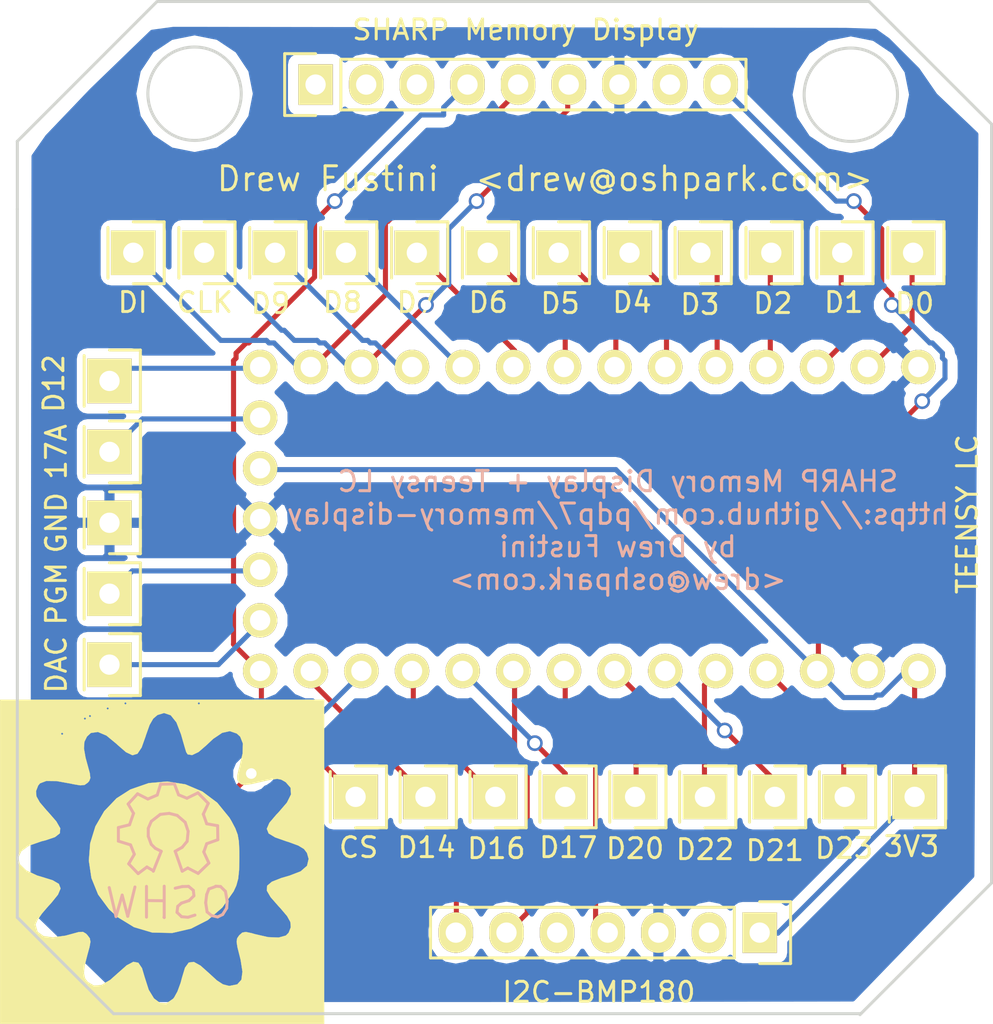
<source format=kicad_pcb>
(kicad_pcb (version 4) (host pcbnew 4.0.2-1.fc23-product)

  (general
    (links 41)
    (no_connects 1)
    (area 86.964599 74.854999 178.510001 131.501933)
    (thickness 1.6)
    (drawings 32)
    (tracks 183)
    (zones 0)
    (modules 32)
    (nets 36)
  )

  (page A4)
  (title_block
    (company "This design uses a KiCad DIP template created by Jenner at Wickerbox Electronics")
    (comment 1 "Released under the CERN Open Hardware License v1.2")
  )

  (layers
    (0 F.Cu signal)
    (31 B.Cu signal)
    (34 B.Paste user)
    (35 F.Paste user)
    (36 B.SilkS user)
    (37 F.SilkS user)
    (38 B.Mask user)
    (39 F.Mask user)
    (44 Edge.Cuts user)
    (46 B.CrtYd user hide)
    (47 F.CrtYd user)
    (48 B.Fab user hide)
    (49 F.Fab user hide)
  )

  (setup
    (last_trace_width 0.254)
    (trace_clearance 0.254)
    (zone_clearance 0.508)
    (zone_45_only no)
    (trace_min 0.254)
    (segment_width 0.15)
    (edge_width 0.15)
    (via_size 0.7874)
    (via_drill 0.5334)
    (via_min_size 0.762)
    (via_min_drill 0.508)
    (uvia_size 0.6858)
    (uvia_drill 0.3302)
    (uvias_allowed no)
    (uvia_min_size 0)
    (uvia_min_drill 0)
    (pcb_text_width 0.1524)
    (pcb_text_size 0.762 0.762)
    (mod_edge_width 0.15)
    (mod_text_size 0.762 0.762)
    (mod_text_width 0.1524)
    (pad_size 1.7272 1.7272)
    (pad_drill 1.016)
    (pad_to_mask_clearance 0.0762)
    (solder_mask_min_width 0.1016)
    (aux_axis_origin 0 0)
    (visible_elements FFFEEF7F)
    (pcbplotparams
      (layerselection 0x010fc_80000001)
      (usegerberextensions true)
      (excludeedgelayer true)
      (linewidth 0.100000)
      (plotframeref false)
      (viasonmask false)
      (mode 1)
      (useauxorigin false)
      (hpglpennumber 1)
      (hpglpenspeed 20)
      (hpglpendiameter 15)
      (hpglpenoverlay 2)
      (psnegative false)
      (psa4output false)
      (plotreference true)
      (plotvalue true)
      (plotinvisibletext false)
      (padsonsilk false)
      (subtractmaskfromsilk false)
      (outputformat 1)
      (mirror false)
      (drillshape 0)
      (scaleselection 1)
      (outputdirectory test-board-gerbers))
  )

  (net 0 "")
  (net 1 GND)
  (net 2 +3V3)
  (net 3 /D15)
  (net 4 /D0)
  (net 5 /D1)
  (net 6 /D2)
  (net 7 /D3)
  (net 8 /D4)
  (net 9 /D5)
  (net 10 /D6)
  (net 11 /D7)
  (net 12 /D8)
  (net 13 /D9)
  (net 14 /CLK)
  (net 15 /D11)
  (net 16 /D12)
  (net 17 "/D17(VIN)")
  (net 18 /PROG)
  (net 19 /DAC)
  (net 20 /CS)
  (net 21 /D16)
  (net 22 /D18)
  (net 23 /D17)
  (net 24 /D22)
  (net 25 /D21)
  (net 26 /D20)
  (net 27 /D19)
  (net 28 /D23)
  (net 29 /D14)
  (net 30 /EIN)
  (net 31 /DISP)
  (net 32 /EMO)
  (net 33 /3V3)
  (net 34 /3VO)
  (net 35 /SDO)

  (net_class Default "This is the default net class."
    (clearance 0.254)
    (trace_width 0.254)
    (via_dia 0.7874)
    (via_drill 0.5334)
    (uvia_dia 0.6858)
    (uvia_drill 0.3302)
    (add_net +3V3)
    (add_net /3V3)
    (add_net /3VO)
    (add_net /CLK)
    (add_net /CS)
    (add_net /D0)
    (add_net /D1)
    (add_net /D11)
    (add_net /D12)
    (add_net /D14)
    (add_net /D15)
    (add_net /D16)
    (add_net /D17)
    (add_net "/D17(VIN)")
    (add_net /D18)
    (add_net /D19)
    (add_net /D2)
    (add_net /D20)
    (add_net /D21)
    (add_net /D22)
    (add_net /D23)
    (add_net /D3)
    (add_net /D4)
    (add_net /D5)
    (add_net /D6)
    (add_net /D7)
    (add_net /D8)
    (add_net /D9)
    (add_net /DAC)
    (add_net /DISP)
    (add_net /EIN)
    (add_net /EMO)
    (add_net /PROG)
    (add_net /SDO)
    (add_net GND)
  )

  (module TEENSY-LC (layer F.Cu) (tedit 5797B473) (tstamp 57379F2D)
    (at 123.1265 108.1405 270)
    (path /5749FE2C)
    (fp_text reference J1 (at -7.62 20.066 360) (layer F.SilkS) hide
      (effects (font (size 1 1) (thickness 0.15)))
    )
    (fp_text value TEENSY-LC (at -2.54 20.32 450) (layer F.Fab)
      (effects (font (size 1 1) (thickness 0.15)))
    )
    (fp_text user "TEENSY LC" (at -2.7813 -12.6111 270) (layer F.SilkS)
      (effects (font (size 1 1) (thickness 0.15)))
    )
    (fp_line (start -11.43 24.13) (end 6.35 24.13) (layer F.CrtYd) (width 0.1524))
    (fp_line (start -11.43 -11.43) (end -11.43 24.13) (layer F.CrtYd) (width 0.1524))
    (fp_line (start 6.35 -11.43) (end -11.43 -11.43) (layer F.CrtYd) (width 0.1524))
    (fp_line (start 6.35 24.13) (end 6.35 -11.43) (layer F.CrtYd) (width 0.1524))
    (pad G1 thru_hole circle (at -10.16 -10.16 270) (size 1.7272 1.7272) (drill 1.016) (layers *.Cu *.Mask F.SilkS)
      (net 1 GND))
    (pad 0 thru_hole circle (at -10.16 -7.62 270) (size 1.7272 1.7272) (drill 1.016) (layers *.Cu *.Mask F.SilkS)
      (net 4 /D0))
    (pad 1 thru_hole circle (at -10.16 -5.08 270) (size 1.7272 1.7272) (drill 1.016) (layers *.Cu *.Mask F.SilkS)
      (net 5 /D1))
    (pad 2 thru_hole circle (at -10.16 -2.54 270) (size 1.7272 1.7272) (drill 1.016) (layers *.Cu *.Mask F.SilkS)
      (net 6 /D2))
    (pad 3 thru_hole circle (at -10.16 0 270) (size 1.7272 1.7272) (drill 1.016) (layers *.Cu *.Mask F.SilkS)
      (net 7 /D3))
    (pad 4 thru_hole circle (at -10.16 2.54 270) (size 1.7272 1.7272) (drill 1.016) (layers *.Cu *.Mask F.SilkS)
      (net 8 /D4))
    (pad 5 thru_hole circle (at -10.16 5.08 270) (size 1.7272 1.7272) (drill 1.016) (layers *.Cu *.Mask F.SilkS)
      (net 9 /D5))
    (pad 6 thru_hole circle (at -10.16 7.62 270) (size 1.7272 1.7272) (drill 1.016) (layers *.Cu *.Mask F.SilkS)
      (net 10 /D6))
    (pad 7 thru_hole circle (at -10.16 10.16 270) (size 1.7272 1.7272) (drill 1.016) (layers *.Cu *.Mask F.SilkS)
      (net 11 /D7))
    (pad 8 thru_hole circle (at -10.16 12.7 270) (size 1.7272 1.7272) (drill 1.016) (layers *.Cu *.Mask F.SilkS)
      (net 12 /D8))
    (pad 9 thru_hole circle (at -10.16 15.24 270) (size 1.7272 1.7272) (drill 1.016) (layers *.Cu *.Mask F.SilkS)
      (net 13 /D9))
    (pad 10 thru_hole circle (at -10.16 17.78 270) (size 1.7272 1.7272) (drill 1.016) (layers *.Cu *.Mask F.SilkS)
      (net 14 /CLK))
    (pad 11 thru_hole circle (at -10.16 20.32 270) (size 1.7272 1.7272) (drill 1.016) (layers *.Cu *.Mask F.SilkS)
      (net 15 /D11))
    (pad 12 thru_hole circle (at -10.16 22.86 270) (size 1.7272 1.7272) (drill 1.016) (layers *.Cu *.Mask F.SilkS)
      (net 16 /D12))
    (pad 17A thru_hole circle (at -7.62 22.86 270) (size 1.7272 1.7272) (drill 1.016) (layers *.Cu *.Mask F.SilkS)
      (net 17 "/D17(VIN)"))
    (pad 3V1 thru_hole circle (at -5.08 22.86 270) (size 1.7272 1.7272) (drill 1.016) (layers *.Cu *.Mask F.SilkS)
      (net 2 +3V3))
    (pad G2 thru_hole circle (at -2.54 22.86 270) (size 1.7272 1.7272) (drill 1.016) (layers *.Cu *.Mask F.SilkS)
      (net 1 GND))
    (pad PGM thru_hole circle (at 0 22.86 270) (size 1.7272 1.7272) (drill 1.016) (layers *.Cu *.Mask F.SilkS)
      (net 18 /PROG))
    (pad DAC thru_hole circle (at 2.54 22.86 270) (size 1.7272 1.7272) (drill 1.016) (layers *.Cu *.Mask F.SilkS)
      (net 19 /DAC))
    (pad 13 thru_hole circle (at 5.08 22.86 270) (size 1.7272 1.7272) (drill 1.016) (layers *.Cu *.Mask F.SilkS)
      (net 20 /CS))
    (pad 16 thru_hole circle (at 5.08 15.24 270) (size 1.7272 1.7272) (drill 1.016) (layers *.Cu *.Mask F.SilkS)
      (net 21 /D16))
    (pad 3V2 thru_hole circle (at 5.08 -5.08 270) (size 1.7272 1.7272) (drill 1.016) (layers *.Cu *.Mask F.SilkS)
      (net 2 +3V3))
    (pad 18 thru_hole circle (at 5.08 10.16 270) (size 1.7272 1.7272) (drill 1.016) (layers *.Cu *.Mask F.SilkS)
      (net 22 /D18))
    (pad 17 thru_hole circle (at 5.08 12.7 270) (size 1.7272 1.7272) (drill 1.016) (layers *.Cu *.Mask F.SilkS)
      (net 23 /D17))
    (pad G3 thru_hole circle (at 5.08 -7.62 270) (size 1.7272 1.7272) (drill 1.016) (layers *.Cu *.Mask F.SilkS)
      (net 1 GND))
    (pad 22 thru_hole circle (at 5.08 0 270) (size 1.7272 1.7272) (drill 1.016) (layers *.Cu *.Mask F.SilkS)
      (net 24 /D22))
    (pad VIN thru_hole circle (at 5.08 -10.16 270) (size 1.7272 1.7272) (drill 1.016) (layers *.Cu *.Mask F.SilkS)
      (net 2 +3V3))
    (pad 21 thru_hole circle (at 5.08 2.54 270) (size 1.7272 1.7272) (drill 1.016) (layers *.Cu *.Mask F.SilkS)
      (net 25 /D21))
    (pad 20 thru_hole circle (at 5.08 5.08 270) (size 1.7272 1.7272) (drill 1.016) (layers *.Cu *.Mask F.SilkS)
      (net 26 /D20))
    (pad 19 thru_hole circle (at 5.08 7.62 270) (size 1.7272 1.7272) (drill 1.016) (layers *.Cu *.Mask F.SilkS)
      (net 27 /D19))
    (pad 23 thru_hole circle (at 5.08 -2.54 270) (size 1.7272 1.7272) (drill 1.016) (layers *.Cu *.Mask F.SilkS)
      (net 28 /D23))
    (pad 14 thru_hole circle (at 5.08 20.32 270) (size 1.7272 1.7272) (drill 1.016) (layers *.Cu *.Mask F.SilkS)
      (net 29 /D14))
    (pad 15 thru_hole circle (at 5.08 17.78 270) (size 1.7272 1.7272) (drill 1.016) (layers *.Cu *.Mask F.SilkS)
      (net 3 /D15))
  )

  (module Wickerlib:CAPSENSE-CIRCLE-D10MM (layer F.Cu) (tedit 5797B262) (tstamp 5795BA72)
    (at 95.504 122.6312 270)
    (path /5795ACE9)
    (fp_text reference CAP15 (at -0.2032 0.1524 360) (layer F.SilkS)
      (effects (font (size 1 1) (thickness 0.15)))
    )
    (fp_text value CAP15 (at 0.025 7.325 270) (layer F.Fab)
      (effects (font (size 1 1) (thickness 0.15)))
    )
    (pad 1 smd circle (at 0 0 270) (size 10.16 10.16) (layers F.Cu)
      (net 3 /D15) (clearance 0.508))
  )

  (module Wickerlib:CONN-HEADER-STRAIGHT-P2.54MM-1x01 (layer F.Cu) (tedit 5797B77B) (tstamp 5795BA8F)
    (at 133.0198 92.2528 270)
    (descr "Through hole pin header")
    (tags "pin header")
    (path /5795BEAD)
    (fp_text reference D0 (at 2.54 -0.0762 360) (layer F.SilkS)
      (effects (font (size 1 1) (thickness 0.15)))
    )
    (fp_text value D0 (at 0 -0.127 360) (layer F.Fab)
      (effects (font (size 1 1) (thickness 0.15)))
    )
    (fp_line (start 1.55 -1.55) (end 1.55 0) (layer F.SilkS) (width 0.15))
    (fp_line (start -1.75 -1.75) (end -1.75 1.75) (layer F.CrtYd) (width 0.05))
    (fp_line (start 1.75 -1.75) (end 1.75 1.75) (layer F.CrtYd) (width 0.05))
    (fp_line (start -1.75 -1.75) (end 1.75 -1.75) (layer F.CrtYd) (width 0.05))
    (fp_line (start -1.75 1.75) (end 1.75 1.75) (layer F.CrtYd) (width 0.05))
    (fp_line (start -1.55 0) (end -1.55 -1.55) (layer F.SilkS) (width 0.15))
    (fp_line (start -1.55 -1.55) (end 1.55 -1.55) (layer F.SilkS) (width 0.15))
    (fp_line (start -1.27 1.27) (end 1.27 1.27) (layer F.SilkS) (width 0.15))
    (pad 1 thru_hole rect (at 0 0 270) (size 2.2352 2.2352) (drill 1.016) (layers *.Cu *.Mask F.SilkS)
      (net 4 /D0))
    (model Pin_Headers.3dshapes/CONN-HEADER-STRAIGHT-P2.54MM-1x01.wrl
      (at (xyz 0 0 0))
      (scale (xyz 1 1 1))
      (rotate (xyz 0 0 90))
    )
  )

  (module Wickerlib:CONN-HEADER-STRAIGHT-P2.54MM-1x01 (layer F.Cu) (tedit 5797B775) (tstamp 5795BA94)
    (at 129.4638 92.2528 270)
    (descr "Through hole pin header")
    (tags "pin header")
    (path /5795D872)
    (fp_text reference D1 (at 2.4892 -0.0762 360) (layer F.SilkS)
      (effects (font (size 1 1) (thickness 0.15)))
    )
    (fp_text value D1 (at 0 -0.127 360) (layer F.Fab)
      (effects (font (size 1 1) (thickness 0.15)))
    )
    (fp_line (start 1.55 -1.55) (end 1.55 0) (layer F.SilkS) (width 0.15))
    (fp_line (start -1.75 -1.75) (end -1.75 1.75) (layer F.CrtYd) (width 0.05))
    (fp_line (start 1.75 -1.75) (end 1.75 1.75) (layer F.CrtYd) (width 0.05))
    (fp_line (start -1.75 -1.75) (end 1.75 -1.75) (layer F.CrtYd) (width 0.05))
    (fp_line (start -1.75 1.75) (end 1.75 1.75) (layer F.CrtYd) (width 0.05))
    (fp_line (start -1.55 0) (end -1.55 -1.55) (layer F.SilkS) (width 0.15))
    (fp_line (start -1.55 -1.55) (end 1.55 -1.55) (layer F.SilkS) (width 0.15))
    (fp_line (start -1.27 1.27) (end 1.27 1.27) (layer F.SilkS) (width 0.15))
    (pad 1 thru_hole rect (at 0 0 270) (size 2.2352 2.2352) (drill 1.016) (layers *.Cu *.Mask F.SilkS)
      (net 5 /D1))
    (model Pin_Headers.3dshapes/CONN-HEADER-STRAIGHT-P2.54MM-1x01.wrl
      (at (xyz 0 0 0))
      (scale (xyz 1 1 1))
      (rotate (xyz 0 0 90))
    )
  )

  (module Wickerlib:CONN-HEADER-STRAIGHT-P2.54MM-1x01 (layer F.Cu) (tedit 5797B771) (tstamp 5795BA99)
    (at 125.9078 92.2528 270)
    (descr "Through hole pin header")
    (tags "pin header")
    (path /5795D8B6)
    (fp_text reference D2 (at 2.54 -0.0762 360) (layer F.SilkS)
      (effects (font (size 1 1) (thickness 0.15)))
    )
    (fp_text value D2 (at 0.127 -0.127 360) (layer F.Fab)
      (effects (font (size 1 1) (thickness 0.15)))
    )
    (fp_line (start 1.55 -1.55) (end 1.55 0) (layer F.SilkS) (width 0.15))
    (fp_line (start -1.75 -1.75) (end -1.75 1.75) (layer F.CrtYd) (width 0.05))
    (fp_line (start 1.75 -1.75) (end 1.75 1.75) (layer F.CrtYd) (width 0.05))
    (fp_line (start -1.75 -1.75) (end 1.75 -1.75) (layer F.CrtYd) (width 0.05))
    (fp_line (start -1.75 1.75) (end 1.75 1.75) (layer F.CrtYd) (width 0.05))
    (fp_line (start -1.55 0) (end -1.55 -1.55) (layer F.SilkS) (width 0.15))
    (fp_line (start -1.55 -1.55) (end 1.55 -1.55) (layer F.SilkS) (width 0.15))
    (fp_line (start -1.27 1.27) (end 1.27 1.27) (layer F.SilkS) (width 0.15))
    (pad 1 thru_hole rect (at 0 0 270) (size 2.2352 2.2352) (drill 1.016) (layers *.Cu *.Mask F.SilkS)
      (net 6 /D2))
    (model Pin_Headers.3dshapes/CONN-HEADER-STRAIGHT-P2.54MM-1x01.wrl
      (at (xyz 0 0 0))
      (scale (xyz 1 1 1))
      (rotate (xyz 0 0 90))
    )
  )

  (module Wickerlib:CONN-HEADER-STRAIGHT-P2.54MM-1x01 (layer F.Cu) (tedit 5797B76D) (tstamp 5795BA9E)
    (at 122.3518 92.2528 270)
    (descr "Through hole pin header")
    (tags "pin header")
    (path /5795D8F9)
    (fp_text reference D3 (at 2.5908 0.0254 360) (layer F.SilkS)
      (effects (font (size 1 1) (thickness 0.15)))
    )
    (fp_text value D3 (at 0.127 -0.127 360) (layer F.Fab)
      (effects (font (size 1 1) (thickness 0.15)))
    )
    (fp_line (start 1.55 -1.55) (end 1.55 0) (layer F.SilkS) (width 0.15))
    (fp_line (start -1.75 -1.75) (end -1.75 1.75) (layer F.CrtYd) (width 0.05))
    (fp_line (start 1.75 -1.75) (end 1.75 1.75) (layer F.CrtYd) (width 0.05))
    (fp_line (start -1.75 -1.75) (end 1.75 -1.75) (layer F.CrtYd) (width 0.05))
    (fp_line (start -1.75 1.75) (end 1.75 1.75) (layer F.CrtYd) (width 0.05))
    (fp_line (start -1.55 0) (end -1.55 -1.55) (layer F.SilkS) (width 0.15))
    (fp_line (start -1.55 -1.55) (end 1.55 -1.55) (layer F.SilkS) (width 0.15))
    (fp_line (start -1.27 1.27) (end 1.27 1.27) (layer F.SilkS) (width 0.15))
    (pad 1 thru_hole rect (at 0 0 270) (size 2.2352 2.2352) (drill 1.016) (layers *.Cu *.Mask F.SilkS)
      (net 7 /D3))
    (model Pin_Headers.3dshapes/CONN-HEADER-STRAIGHT-P2.54MM-1x01.wrl
      (at (xyz 0 0 0))
      (scale (xyz 1 1 1))
      (rotate (xyz 0 0 90))
    )
  )

  (module Wickerlib:CONN-HEADER-STRAIGHT-P2.54MM-1x01 (layer F.Cu) (tedit 5797B769) (tstamp 5795BAA3)
    (at 118.7958 92.2528 270)
    (descr "Through hole pin header")
    (tags "pin header")
    (path /5795D93F)
    (fp_text reference D4 (at 2.4892 -0.127 360) (layer F.SilkS)
      (effects (font (size 1 1) (thickness 0.15)))
    )
    (fp_text value D4 (at 0.127 -0.127 360) (layer F.Fab)
      (effects (font (size 1 1) (thickness 0.15)))
    )
    (fp_line (start 1.55 -1.55) (end 1.55 0) (layer F.SilkS) (width 0.15))
    (fp_line (start -1.75 -1.75) (end -1.75 1.75) (layer F.CrtYd) (width 0.05))
    (fp_line (start 1.75 -1.75) (end 1.75 1.75) (layer F.CrtYd) (width 0.05))
    (fp_line (start -1.75 -1.75) (end 1.75 -1.75) (layer F.CrtYd) (width 0.05))
    (fp_line (start -1.75 1.75) (end 1.75 1.75) (layer F.CrtYd) (width 0.05))
    (fp_line (start -1.55 0) (end -1.55 -1.55) (layer F.SilkS) (width 0.15))
    (fp_line (start -1.55 -1.55) (end 1.55 -1.55) (layer F.SilkS) (width 0.15))
    (fp_line (start -1.27 1.27) (end 1.27 1.27) (layer F.SilkS) (width 0.15))
    (pad 1 thru_hole rect (at 0 0 270) (size 2.2352 2.2352) (drill 1.016) (layers *.Cu *.Mask F.SilkS)
      (net 8 /D4))
    (model Pin_Headers.3dshapes/CONN-HEADER-STRAIGHT-P2.54MM-1x01.wrl
      (at (xyz 0 0 0))
      (scale (xyz 1 1 1))
      (rotate (xyz 0 0 90))
    )
  )

  (module Wickerlib:CONN-HEADER-STRAIGHT-P2.54MM-1x01 (layer F.Cu) (tedit 5797B766) (tstamp 5795BAA8)
    (at 115.2398 92.2528 270)
    (descr "Through hole pin header")
    (tags "pin header")
    (path /5795D988)
    (fp_text reference D5 (at 2.54 -0.0762 360) (layer F.SilkS)
      (effects (font (size 1 1) (thickness 0.15)))
    )
    (fp_text value D5 (at 0.127 -0.127 360) (layer F.Fab)
      (effects (font (size 1 1) (thickness 0.15)))
    )
    (fp_line (start 1.55 -1.55) (end 1.55 0) (layer F.SilkS) (width 0.15))
    (fp_line (start -1.75 -1.75) (end -1.75 1.75) (layer F.CrtYd) (width 0.05))
    (fp_line (start 1.75 -1.75) (end 1.75 1.75) (layer F.CrtYd) (width 0.05))
    (fp_line (start -1.75 -1.75) (end 1.75 -1.75) (layer F.CrtYd) (width 0.05))
    (fp_line (start -1.75 1.75) (end 1.75 1.75) (layer F.CrtYd) (width 0.05))
    (fp_line (start -1.55 0) (end -1.55 -1.55) (layer F.SilkS) (width 0.15))
    (fp_line (start -1.55 -1.55) (end 1.55 -1.55) (layer F.SilkS) (width 0.15))
    (fp_line (start -1.27 1.27) (end 1.27 1.27) (layer F.SilkS) (width 0.15))
    (pad 1 thru_hole rect (at 0 0 270) (size 2.2352 2.2352) (drill 1.016) (layers *.Cu *.Mask F.SilkS)
      (net 9 /D5))
    (model Pin_Headers.3dshapes/CONN-HEADER-STRAIGHT-P2.54MM-1x01.wrl
      (at (xyz 0 0 0))
      (scale (xyz 1 1 1))
      (rotate (xyz 0 0 90))
    )
  )

  (module Wickerlib:CONN-HEADER-STRAIGHT-P2.54MM-1x01 (layer F.Cu) (tedit 5797B763) (tstamp 5795BAAD)
    (at 111.6838 92.2528 270)
    (descr "Through hole pin header")
    (tags "pin header")
    (path /5795D9D8)
    (fp_text reference D6 (at 2.4892 -0.0254 360) (layer F.SilkS)
      (effects (font (size 1 1) (thickness 0.15)))
    )
    (fp_text value D6 (at 0.127 -0.127 360) (layer F.Fab)
      (effects (font (size 1 1) (thickness 0.15)))
    )
    (fp_line (start 1.55 -1.55) (end 1.55 0) (layer F.SilkS) (width 0.15))
    (fp_line (start -1.75 -1.75) (end -1.75 1.75) (layer F.CrtYd) (width 0.05))
    (fp_line (start 1.75 -1.75) (end 1.75 1.75) (layer F.CrtYd) (width 0.05))
    (fp_line (start -1.75 -1.75) (end 1.75 -1.75) (layer F.CrtYd) (width 0.05))
    (fp_line (start -1.75 1.75) (end 1.75 1.75) (layer F.CrtYd) (width 0.05))
    (fp_line (start -1.55 0) (end -1.55 -1.55) (layer F.SilkS) (width 0.15))
    (fp_line (start -1.55 -1.55) (end 1.55 -1.55) (layer F.SilkS) (width 0.15))
    (fp_line (start -1.27 1.27) (end 1.27 1.27) (layer F.SilkS) (width 0.15))
    (pad 1 thru_hole rect (at 0 0 270) (size 2.2352 2.2352) (drill 1.016) (layers *.Cu *.Mask F.SilkS)
      (net 10 /D6))
    (model Pin_Headers.3dshapes/CONN-HEADER-STRAIGHT-P2.54MM-1x01.wrl
      (at (xyz 0 0 0))
      (scale (xyz 1 1 1))
      (rotate (xyz 0 0 90))
    )
  )

  (module Wickerlib:CONN-HEADER-STRAIGHT-P2.54MM-1x01 (layer F.Cu) (tedit 5797B760) (tstamp 5795BAB2)
    (at 108.1278 92.2528 270)
    (descr "Through hole pin header")
    (tags "pin header")
    (path /5795DA3A)
    (fp_text reference D7 (at 2.4892 0.0254 360) (layer F.SilkS)
      (effects (font (size 1 1) (thickness 0.15)))
    )
    (fp_text value D7 (at 0 -0.127 360) (layer F.Fab)
      (effects (font (size 1 1) (thickness 0.15)))
    )
    (fp_line (start 1.55 -1.55) (end 1.55 0) (layer F.SilkS) (width 0.15))
    (fp_line (start -1.75 -1.75) (end -1.75 1.75) (layer F.CrtYd) (width 0.05))
    (fp_line (start 1.75 -1.75) (end 1.75 1.75) (layer F.CrtYd) (width 0.05))
    (fp_line (start -1.75 -1.75) (end 1.75 -1.75) (layer F.CrtYd) (width 0.05))
    (fp_line (start -1.75 1.75) (end 1.75 1.75) (layer F.CrtYd) (width 0.05))
    (fp_line (start -1.55 0) (end -1.55 -1.55) (layer F.SilkS) (width 0.15))
    (fp_line (start -1.55 -1.55) (end 1.55 -1.55) (layer F.SilkS) (width 0.15))
    (fp_line (start -1.27 1.27) (end 1.27 1.27) (layer F.SilkS) (width 0.15))
    (pad 1 thru_hole rect (at 0 0 270) (size 2.2352 2.2352) (drill 1.016) (layers *.Cu *.Mask F.SilkS)
      (net 11 /D7))
    (model Pin_Headers.3dshapes/CONN-HEADER-STRAIGHT-P2.54MM-1x01.wrl
      (at (xyz 0 0 0))
      (scale (xyz 1 1 1))
      (rotate (xyz 0 0 90))
    )
  )

  (module Wickerlib:CONN-HEADER-STRAIGHT-P2.54MM-1x01 (layer F.Cu) (tedit 5797B75D) (tstamp 5795BAB7)
    (at 104.5718 92.2528 270)
    (descr "Through hole pin header")
    (tags "pin header")
    (path /5795DA8C)
    (fp_text reference D8 (at 2.4892 0.1778 360) (layer F.SilkS)
      (effects (font (size 1 1) (thickness 0.15)))
    )
    (fp_text value D8 (at 0 -0.127 360) (layer F.Fab)
      (effects (font (size 1 1) (thickness 0.15)))
    )
    (fp_line (start 1.55 -1.55) (end 1.55 0) (layer F.SilkS) (width 0.15))
    (fp_line (start -1.75 -1.75) (end -1.75 1.75) (layer F.CrtYd) (width 0.05))
    (fp_line (start 1.75 -1.75) (end 1.75 1.75) (layer F.CrtYd) (width 0.05))
    (fp_line (start -1.75 -1.75) (end 1.75 -1.75) (layer F.CrtYd) (width 0.05))
    (fp_line (start -1.75 1.75) (end 1.75 1.75) (layer F.CrtYd) (width 0.05))
    (fp_line (start -1.55 0) (end -1.55 -1.55) (layer F.SilkS) (width 0.15))
    (fp_line (start -1.55 -1.55) (end 1.55 -1.55) (layer F.SilkS) (width 0.15))
    (fp_line (start -1.27 1.27) (end 1.27 1.27) (layer F.SilkS) (width 0.15))
    (pad 1 thru_hole rect (at 0 0 270) (size 2.2352 2.2352) (drill 1.016) (layers *.Cu *.Mask F.SilkS)
      (net 12 /D8))
    (model Pin_Headers.3dshapes/CONN-HEADER-STRAIGHT-P2.54MM-1x01.wrl
      (at (xyz 0 0 0))
      (scale (xyz 1 1 1))
      (rotate (xyz 0 0 90))
    )
  )

  (module Wickerlib:CONN-HEADER-STRAIGHT-P2.54MM-1x01 (layer F.Cu) (tedit 5797B759) (tstamp 5795BABC)
    (at 101.0158 92.2528 270)
    (descr "Through hole pin header")
    (tags "pin header")
    (path /5795DB5D)
    (fp_text reference D9 (at 2.54 0.2286 360) (layer F.SilkS)
      (effects (font (size 1 1) (thickness 0.15)))
    )
    (fp_text value D9 (at 0 -0.127 360) (layer F.Fab)
      (effects (font (size 1 1) (thickness 0.15)))
    )
    (fp_line (start 1.55 -1.55) (end 1.55 0) (layer F.SilkS) (width 0.15))
    (fp_line (start -1.75 -1.75) (end -1.75 1.75) (layer F.CrtYd) (width 0.05))
    (fp_line (start 1.75 -1.75) (end 1.75 1.75) (layer F.CrtYd) (width 0.05))
    (fp_line (start -1.75 -1.75) (end 1.75 -1.75) (layer F.CrtYd) (width 0.05))
    (fp_line (start -1.75 1.75) (end 1.75 1.75) (layer F.CrtYd) (width 0.05))
    (fp_line (start -1.55 0) (end -1.55 -1.55) (layer F.SilkS) (width 0.15))
    (fp_line (start -1.55 -1.55) (end 1.55 -1.55) (layer F.SilkS) (width 0.15))
    (fp_line (start -1.27 1.27) (end 1.27 1.27) (layer F.SilkS) (width 0.15))
    (pad 1 thru_hole rect (at 0 0 270) (size 2.2352 2.2352) (drill 1.016) (layers *.Cu *.Mask F.SilkS)
      (net 13 /D9))
    (model Pin_Headers.3dshapes/CONN-HEADER-STRAIGHT-P2.54MM-1x01.wrl
      (at (xyz 0 0 0))
      (scale (xyz 1 1 1))
      (rotate (xyz 0 0 90))
    )
  )

  (module Wickerlib:CONN-HEADER-STRAIGHT-P2.54MM-1x01 (layer F.Cu) (tedit 5797B1F3) (tstamp 5795BAC1)
    (at 92.71 98.679 270)
    (descr "Through hole pin header")
    (tags "pin header")
    (path /5795DF05)
    (fp_text reference D12 (at 0.127 2.794 270) (layer F.SilkS)
      (effects (font (size 1 1) (thickness 0.15)))
    )
    (fp_text value D12 (at 0 -3.1 270) (layer F.Fab)
      (effects (font (size 1 1) (thickness 0.15)))
    )
    (fp_line (start 1.55 -1.55) (end 1.55 0) (layer F.SilkS) (width 0.15))
    (fp_line (start -1.75 -1.75) (end -1.75 1.75) (layer F.CrtYd) (width 0.05))
    (fp_line (start 1.75 -1.75) (end 1.75 1.75) (layer F.CrtYd) (width 0.05))
    (fp_line (start -1.75 -1.75) (end 1.75 -1.75) (layer F.CrtYd) (width 0.05))
    (fp_line (start -1.75 1.75) (end 1.75 1.75) (layer F.CrtYd) (width 0.05))
    (fp_line (start -1.55 0) (end -1.55 -1.55) (layer F.SilkS) (width 0.15))
    (fp_line (start -1.55 -1.55) (end 1.55 -1.55) (layer F.SilkS) (width 0.15))
    (fp_line (start -1.27 1.27) (end 1.27 1.27) (layer F.SilkS) (width 0.15))
    (pad 1 thru_hole rect (at 0 0 270) (size 2.2352 2.2352) (drill 1.016) (layers *.Cu *.Mask F.SilkS)
      (net 16 /D12))
    (model Pin_Headers.3dshapes/CONN-HEADER-STRAIGHT-P2.54MM-1x01.wrl
      (at (xyz 0 0 0))
      (scale (xyz 1 1 1))
      (rotate (xyz 0 0 90))
    )
  )

  (module Wickerlib:CONN-HEADER-STRAIGHT-P2.54MM-1x01 (layer F.Cu) (tedit 5797B1C0) (tstamp 5795BAC6)
    (at 108.5596 119.5324 270)
    (descr "Through hole pin header")
    (tags "pin header")
    (path /5795E07F)
    (fp_text reference D14 (at 2.54 -0.0508 360) (layer F.SilkS)
      (effects (font (size 1 1) (thickness 0.15)))
    )
    (fp_text value D14 (at 0 -3.1 270) (layer F.Fab)
      (effects (font (size 1 1) (thickness 0.15)))
    )
    (fp_line (start 1.55 -1.55) (end 1.55 0) (layer F.SilkS) (width 0.15))
    (fp_line (start -1.75 -1.75) (end -1.75 1.75) (layer F.CrtYd) (width 0.05))
    (fp_line (start 1.75 -1.75) (end 1.75 1.75) (layer F.CrtYd) (width 0.05))
    (fp_line (start -1.75 -1.75) (end 1.75 -1.75) (layer F.CrtYd) (width 0.05))
    (fp_line (start -1.75 1.75) (end 1.75 1.75) (layer F.CrtYd) (width 0.05))
    (fp_line (start -1.55 0) (end -1.55 -1.55) (layer F.SilkS) (width 0.15))
    (fp_line (start -1.55 -1.55) (end 1.55 -1.55) (layer F.SilkS) (width 0.15))
    (fp_line (start -1.27 1.27) (end 1.27 1.27) (layer F.SilkS) (width 0.15))
    (pad 1 thru_hole rect (at 0 0 270) (size 2.2352 2.2352) (drill 1.016) (layers *.Cu *.Mask F.SilkS)
      (net 29 /D14))
    (model Pin_Headers.3dshapes/CONN-HEADER-STRAIGHT-P2.54MM-1x01.wrl
      (at (xyz 0 0 0))
      (scale (xyz 1 1 1))
      (rotate (xyz 0 0 90))
    )
  )

  (module Wickerlib:CONN-HEADER-STRAIGHT-P2.54MM-1x01 (layer F.Cu) (tedit 5797B1C5) (tstamp 5795BACB)
    (at 112.0648 119.5324 270)
    (descr "Through hole pin header")
    (tags "pin header")
    (path /5795E0E9)
    (fp_text reference D16 (at 2.5908 -0.0508 360) (layer F.SilkS)
      (effects (font (size 1 1) (thickness 0.15)))
    )
    (fp_text value D16 (at 0 -3.1 270) (layer F.Fab)
      (effects (font (size 1 1) (thickness 0.15)))
    )
    (fp_line (start 1.55 -1.55) (end 1.55 0) (layer F.SilkS) (width 0.15))
    (fp_line (start -1.75 -1.75) (end -1.75 1.75) (layer F.CrtYd) (width 0.05))
    (fp_line (start 1.75 -1.75) (end 1.75 1.75) (layer F.CrtYd) (width 0.05))
    (fp_line (start -1.75 -1.75) (end 1.75 -1.75) (layer F.CrtYd) (width 0.05))
    (fp_line (start -1.75 1.75) (end 1.75 1.75) (layer F.CrtYd) (width 0.05))
    (fp_line (start -1.55 0) (end -1.55 -1.55) (layer F.SilkS) (width 0.15))
    (fp_line (start -1.55 -1.55) (end 1.55 -1.55) (layer F.SilkS) (width 0.15))
    (fp_line (start -1.27 1.27) (end 1.27 1.27) (layer F.SilkS) (width 0.15))
    (pad 1 thru_hole rect (at 0 0 270) (size 2.2352 2.2352) (drill 1.016) (layers *.Cu *.Mask F.SilkS)
      (net 21 /D16))
    (model Pin_Headers.3dshapes/CONN-HEADER-STRAIGHT-P2.54MM-1x01.wrl
      (at (xyz 0 0 0))
      (scale (xyz 1 1 1))
      (rotate (xyz 0 0 90))
    )
  )

  (module Wickerlib:CONN-HEADER-STRAIGHT-P2.54MM-1x01 (layer F.Cu) (tedit 5797B1C8) (tstamp 5795BAD0)
    (at 115.57 119.5324 270)
    (descr "Through hole pin header")
    (tags "pin header")
    (path /5795E1A1)
    (fp_text reference D17 (at 2.54 -0.1524 360) (layer F.SilkS)
      (effects (font (size 1 1) (thickness 0.15)))
    )
    (fp_text value D17 (at 0 -3.1 270) (layer F.Fab)
      (effects (font (size 1 1) (thickness 0.15)))
    )
    (fp_line (start 1.55 -1.55) (end 1.55 0) (layer F.SilkS) (width 0.15))
    (fp_line (start -1.75 -1.75) (end -1.75 1.75) (layer F.CrtYd) (width 0.05))
    (fp_line (start 1.75 -1.75) (end 1.75 1.75) (layer F.CrtYd) (width 0.05))
    (fp_line (start -1.75 -1.75) (end 1.75 -1.75) (layer F.CrtYd) (width 0.05))
    (fp_line (start -1.75 1.75) (end 1.75 1.75) (layer F.CrtYd) (width 0.05))
    (fp_line (start -1.55 0) (end -1.55 -1.55) (layer F.SilkS) (width 0.15))
    (fp_line (start -1.55 -1.55) (end 1.55 -1.55) (layer F.SilkS) (width 0.15))
    (fp_line (start -1.27 1.27) (end 1.27 1.27) (layer F.SilkS) (width 0.15))
    (pad 1 thru_hole rect (at 0 0 270) (size 2.2352 2.2352) (drill 1.016) (layers *.Cu *.Mask F.SilkS)
      (net 23 /D17))
    (model Pin_Headers.3dshapes/CONN-HEADER-STRAIGHT-P2.54MM-1x01.wrl
      (at (xyz 0 0 0))
      (scale (xyz 1 1 1))
      (rotate (xyz 0 0 90))
    )
  )

  (module Wickerlib:CONN-HEADER-STRAIGHT-P2.54MM-1x01 (layer F.Cu) (tedit 5797B1CC) (tstamp 5795BAD5)
    (at 119.0752 119.5324 270)
    (descr "Through hole pin header")
    (tags "pin header")
    (path /5795E5EF)
    (fp_text reference D20 (at 2.5908 0 360) (layer F.SilkS)
      (effects (font (size 1 1) (thickness 0.15)))
    )
    (fp_text value D20 (at 0 -3.1 270) (layer F.Fab)
      (effects (font (size 1 1) (thickness 0.15)))
    )
    (fp_line (start 1.55 -1.55) (end 1.55 0) (layer F.SilkS) (width 0.15))
    (fp_line (start -1.75 -1.75) (end -1.75 1.75) (layer F.CrtYd) (width 0.05))
    (fp_line (start 1.75 -1.75) (end 1.75 1.75) (layer F.CrtYd) (width 0.05))
    (fp_line (start -1.75 -1.75) (end 1.75 -1.75) (layer F.CrtYd) (width 0.05))
    (fp_line (start -1.75 1.75) (end 1.75 1.75) (layer F.CrtYd) (width 0.05))
    (fp_line (start -1.55 0) (end -1.55 -1.55) (layer F.SilkS) (width 0.15))
    (fp_line (start -1.55 -1.55) (end 1.55 -1.55) (layer F.SilkS) (width 0.15))
    (fp_line (start -1.27 1.27) (end 1.27 1.27) (layer F.SilkS) (width 0.15))
    (pad 1 thru_hole rect (at 0 0 270) (size 2.2352 2.2352) (drill 1.016) (layers *.Cu *.Mask F.SilkS)
      (net 26 /D20))
    (model Pin_Headers.3dshapes/CONN-HEADER-STRAIGHT-P2.54MM-1x01.wrl
      (at (xyz 0 0 0))
      (scale (xyz 1 1 1))
      (rotate (xyz 0 0 90))
    )
  )

  (module Wickerlib:CONN-HEADER-STRAIGHT-P2.54MM-1x01 (layer F.Cu) (tedit 5797B1D5) (tstamp 5795BADA)
    (at 126.0856 119.5324 270)
    (descr "Through hole pin header")
    (tags "pin header")
    (path /5795E66E)
    (fp_text reference D21 (at 2.6924 0 360) (layer F.SilkS)
      (effects (font (size 1 1) (thickness 0.15)))
    )
    (fp_text value D21 (at 0 -3.1 270) (layer F.Fab)
      (effects (font (size 1 1) (thickness 0.15)))
    )
    (fp_line (start 1.55 -1.55) (end 1.55 0) (layer F.SilkS) (width 0.15))
    (fp_line (start -1.75 -1.75) (end -1.75 1.75) (layer F.CrtYd) (width 0.05))
    (fp_line (start 1.75 -1.75) (end 1.75 1.75) (layer F.CrtYd) (width 0.05))
    (fp_line (start -1.75 -1.75) (end 1.75 -1.75) (layer F.CrtYd) (width 0.05))
    (fp_line (start -1.75 1.75) (end 1.75 1.75) (layer F.CrtYd) (width 0.05))
    (fp_line (start -1.55 0) (end -1.55 -1.55) (layer F.SilkS) (width 0.15))
    (fp_line (start -1.55 -1.55) (end 1.55 -1.55) (layer F.SilkS) (width 0.15))
    (fp_line (start -1.27 1.27) (end 1.27 1.27) (layer F.SilkS) (width 0.15))
    (pad 1 thru_hole rect (at 0 0 270) (size 2.2352 2.2352) (drill 1.016) (layers *.Cu *.Mask F.SilkS)
      (net 25 /D21))
    (model Pin_Headers.3dshapes/CONN-HEADER-STRAIGHT-P2.54MM-1x01.wrl
      (at (xyz 0 0 0))
      (scale (xyz 1 1 1))
      (rotate (xyz 0 0 90))
    )
  )

  (module Wickerlib:CONN-HEADER-STRAIGHT-P2.54MM-1x01 (layer F.Cu) (tedit 5797B1D1) (tstamp 5795BADF)
    (at 122.5804 119.5324 270)
    (descr "Through hole pin header")
    (tags "pin header")
    (path /5795E6DC)
    (fp_text reference D22 (at 2.6416 0 360) (layer F.SilkS)
      (effects (font (size 1 1) (thickness 0.15)))
    )
    (fp_text value D22 (at 0 -3.1 270) (layer F.Fab)
      (effects (font (size 1 1) (thickness 0.15)))
    )
    (fp_line (start 1.55 -1.55) (end 1.55 0) (layer F.SilkS) (width 0.15))
    (fp_line (start -1.75 -1.75) (end -1.75 1.75) (layer F.CrtYd) (width 0.05))
    (fp_line (start 1.75 -1.75) (end 1.75 1.75) (layer F.CrtYd) (width 0.05))
    (fp_line (start -1.75 -1.75) (end 1.75 -1.75) (layer F.CrtYd) (width 0.05))
    (fp_line (start -1.75 1.75) (end 1.75 1.75) (layer F.CrtYd) (width 0.05))
    (fp_line (start -1.55 0) (end -1.55 -1.55) (layer F.SilkS) (width 0.15))
    (fp_line (start -1.55 -1.55) (end 1.55 -1.55) (layer F.SilkS) (width 0.15))
    (fp_line (start -1.27 1.27) (end 1.27 1.27) (layer F.SilkS) (width 0.15))
    (pad 1 thru_hole rect (at 0 0 270) (size 2.2352 2.2352) (drill 1.016) (layers *.Cu *.Mask F.SilkS)
      (net 24 /D22))
    (model Pin_Headers.3dshapes/CONN-HEADER-STRAIGHT-P2.54MM-1x01.wrl
      (at (xyz 0 0 0))
      (scale (xyz 1 1 1))
      (rotate (xyz 0 0 90))
    )
  )

  (module Wickerlib:CONN-HEADER-STRAIGHT-P2.54MM-1x01 (layer F.Cu) (tedit 5797B1DA) (tstamp 5795BAE4)
    (at 129.5908 119.5324 270)
    (descr "Through hole pin header")
    (tags "pin header")
    (path /5795E751)
    (fp_text reference D23 (at 2.581 0.035 360) (layer F.SilkS)
      (effects (font (size 1 1) (thickness 0.15)))
    )
    (fp_text value D23 (at 0 -3.1 270) (layer F.Fab)
      (effects (font (size 1 1) (thickness 0.15)))
    )
    (fp_line (start 1.55 -1.55) (end 1.55 0) (layer F.SilkS) (width 0.15))
    (fp_line (start -1.75 -1.75) (end -1.75 1.75) (layer F.CrtYd) (width 0.05))
    (fp_line (start 1.75 -1.75) (end 1.75 1.75) (layer F.CrtYd) (width 0.05))
    (fp_line (start -1.75 -1.75) (end 1.75 -1.75) (layer F.CrtYd) (width 0.05))
    (fp_line (start -1.75 1.75) (end 1.75 1.75) (layer F.CrtYd) (width 0.05))
    (fp_line (start -1.55 0) (end -1.55 -1.55) (layer F.SilkS) (width 0.15))
    (fp_line (start -1.55 -1.55) (end 1.55 -1.55) (layer F.SilkS) (width 0.15))
    (fp_line (start -1.27 1.27) (end 1.27 1.27) (layer F.SilkS) (width 0.15))
    (pad 1 thru_hole rect (at 0 0 270) (size 2.2352 2.2352) (drill 1.016) (layers *.Cu *.Mask F.SilkS)
      (net 28 /D23))
    (model Pin_Headers.3dshapes/CONN-HEADER-STRAIGHT-P2.54MM-1x01.wrl
      (at (xyz 0 0 0))
      (scale (xyz 1 1 1))
      (rotate (xyz 0 0 90))
    )
  )

  (module Wickerlib:CONN-HEADER-STRAIGHT-P2.54MM-1x01 (layer F.Cu) (tedit 5797B1F7) (tstamp 5795BAE9)
    (at 92.71 102.235 270)
    (descr "Through hole pin header")
    (tags "pin header")
    (path /5795E7DF)
    (fp_text reference 17A (at 0 2.667 270) (layer F.SilkS)
      (effects (font (size 1 1) (thickness 0.15)))
    )
    (fp_text value 17A (at 0 -3.1 270) (layer F.Fab)
      (effects (font (size 1 1) (thickness 0.15)))
    )
    (fp_line (start 1.55 -1.55) (end 1.55 0) (layer F.SilkS) (width 0.15))
    (fp_line (start -1.75 -1.75) (end -1.75 1.75) (layer F.CrtYd) (width 0.05))
    (fp_line (start 1.75 -1.75) (end 1.75 1.75) (layer F.CrtYd) (width 0.05))
    (fp_line (start -1.75 -1.75) (end 1.75 -1.75) (layer F.CrtYd) (width 0.05))
    (fp_line (start -1.75 1.75) (end 1.75 1.75) (layer F.CrtYd) (width 0.05))
    (fp_line (start -1.55 0) (end -1.55 -1.55) (layer F.SilkS) (width 0.15))
    (fp_line (start -1.55 -1.55) (end 1.55 -1.55) (layer F.SilkS) (width 0.15))
    (fp_line (start -1.27 1.27) (end 1.27 1.27) (layer F.SilkS) (width 0.15))
    (pad 1 thru_hole rect (at 0 0 270) (size 2.2352 2.2352) (drill 1.016) (layers *.Cu *.Mask F.SilkS)
      (net 17 "/D17(VIN)"))
    (model Pin_Headers.3dshapes/CONN-HEADER-STRAIGHT-P2.54MM-1x01.wrl
      (at (xyz 0 0 0))
      (scale (xyz 1 1 1))
      (rotate (xyz 0 0 90))
    )
  )

  (module Wickerlib:CONN-HEADER-STRAIGHT-P2.54MM-1x01 (layer F.Cu) (tedit 5797B22E) (tstamp 5795BAEE)
    (at 92.71 112.903 270)
    (descr "Through hole pin header")
    (tags "pin header")
    (path /5795E894)
    (fp_text reference DAC (at 0 2.667 270) (layer F.SilkS)
      (effects (font (size 1 1) (thickness 0.15)))
    )
    (fp_text value DAC (at 0 -3.1 270) (layer F.Fab)
      (effects (font (size 1 1) (thickness 0.15)))
    )
    (fp_line (start 1.55 -1.55) (end 1.55 0) (layer F.SilkS) (width 0.15))
    (fp_line (start -1.75 -1.75) (end -1.75 1.75) (layer F.CrtYd) (width 0.05))
    (fp_line (start 1.75 -1.75) (end 1.75 1.75) (layer F.CrtYd) (width 0.05))
    (fp_line (start -1.75 -1.75) (end 1.75 -1.75) (layer F.CrtYd) (width 0.05))
    (fp_line (start -1.75 1.75) (end 1.75 1.75) (layer F.CrtYd) (width 0.05))
    (fp_line (start -1.55 0) (end -1.55 -1.55) (layer F.SilkS) (width 0.15))
    (fp_line (start -1.55 -1.55) (end 1.55 -1.55) (layer F.SilkS) (width 0.15))
    (fp_line (start -1.27 1.27) (end 1.27 1.27) (layer F.SilkS) (width 0.15))
    (pad 1 thru_hole rect (at 0 0 270) (size 2.2352 2.2352) (drill 1.016) (layers *.Cu *.Mask F.SilkS)
      (net 19 /DAC))
    (model Pin_Headers.3dshapes/CONN-HEADER-STRAIGHT-P2.54MM-1x01.wrl
      (at (xyz 0 0 0))
      (scale (xyz 1 1 1))
      (rotate (xyz 0 0 90))
    )
  )

  (module Wickerlib:CONN-HEADER-STRAIGHT-P2.54MM-1x01 (layer F.Cu) (tedit 5797B229) (tstamp 5795BAF3)
    (at 92.71 109.347 270)
    (descr "Through hole pin header")
    (tags "pin header")
    (path /5795E910)
    (fp_text reference PGM (at 0 2.667 270) (layer F.SilkS)
      (effects (font (size 1 1) (thickness 0.15)))
    )
    (fp_text value PGM (at 0 -3.1 270) (layer F.Fab)
      (effects (font (size 1 1) (thickness 0.15)))
    )
    (fp_line (start 1.55 -1.55) (end 1.55 0) (layer F.SilkS) (width 0.15))
    (fp_line (start -1.75 -1.75) (end -1.75 1.75) (layer F.CrtYd) (width 0.05))
    (fp_line (start 1.75 -1.75) (end 1.75 1.75) (layer F.CrtYd) (width 0.05))
    (fp_line (start -1.75 -1.75) (end 1.75 -1.75) (layer F.CrtYd) (width 0.05))
    (fp_line (start -1.75 1.75) (end 1.75 1.75) (layer F.CrtYd) (width 0.05))
    (fp_line (start -1.55 0) (end -1.55 -1.55) (layer F.SilkS) (width 0.15))
    (fp_line (start -1.55 -1.55) (end 1.55 -1.55) (layer F.SilkS) (width 0.15))
    (fp_line (start -1.27 1.27) (end 1.27 1.27) (layer F.SilkS) (width 0.15))
    (pad 1 thru_hole rect (at 0 0 270) (size 2.2352 2.2352) (drill 1.016) (layers *.Cu *.Mask F.SilkS)
      (net 18 /PROG))
    (model Pin_Headers.3dshapes/CONN-HEADER-STRAIGHT-P2.54MM-1x01.wrl
      (at (xyz 0 0 0))
      (scale (xyz 1 1 1))
      (rotate (xyz 0 0 90))
    )
  )

  (module Wickerlib:CONN-HEADER-STRAIGHT-P2.54MM-1x01 (layer F.Cu) (tedit 5797B21E) (tstamp 5795BAF8)
    (at 92.71 105.791 270)
    (descr "Through hole pin header")
    (tags "pin header")
    (path /5795F8DF)
    (fp_text reference GND (at 0 2.667 270) (layer F.SilkS)
      (effects (font (size 1 1) (thickness 0.15)))
    )
    (fp_text value PGM (at 0 -3.1 270) (layer F.Fab)
      (effects (font (size 1 1) (thickness 0.15)))
    )
    (fp_line (start 1.55 -1.55) (end 1.55 0) (layer F.SilkS) (width 0.15))
    (fp_line (start -1.75 -1.75) (end -1.75 1.75) (layer F.CrtYd) (width 0.05))
    (fp_line (start 1.75 -1.75) (end 1.75 1.75) (layer F.CrtYd) (width 0.05))
    (fp_line (start -1.75 -1.75) (end 1.75 -1.75) (layer F.CrtYd) (width 0.05))
    (fp_line (start -1.75 1.75) (end 1.75 1.75) (layer F.CrtYd) (width 0.05))
    (fp_line (start -1.55 0) (end -1.55 -1.55) (layer F.SilkS) (width 0.15))
    (fp_line (start -1.55 -1.55) (end 1.55 -1.55) (layer F.SilkS) (width 0.15))
    (fp_line (start -1.27 1.27) (end 1.27 1.27) (layer F.SilkS) (width 0.15))
    (pad 1 thru_hole rect (at 0 0 270) (size 2.2352 2.2352) (drill 1.016) (layers *.Cu *.Mask F.SilkS)
      (net 1 GND))
    (model Pin_Headers.3dshapes/CONN-HEADER-STRAIGHT-P2.54MM-1x01.wrl
      (at (xyz 0 0 0))
      (scale (xyz 1 1 1))
      (rotate (xyz 0 0 90))
    )
  )

  (module Wickerlib:CONN-HEADER-STRAIGHT-P2.54MM-1x01 (layer F.Cu) (tedit 5797B1E2) (tstamp 5795BAFD)
    (at 133.096 119.5324 270)
    (descr "Through hole pin header")
    (tags "pin header")
    (path /5795B19B)
    (fp_text reference 3V3 (at 2.4892 0.1524 360) (layer F.SilkS)
      (effects (font (size 1 1) (thickness 0.15)))
    )
    (fp_text value 3v3 (at 0 -3.1 270) (layer F.Fab)
      (effects (font (size 1 1) (thickness 0.15)))
    )
    (fp_line (start 1.55 -1.55) (end 1.55 0) (layer F.SilkS) (width 0.15))
    (fp_line (start -1.75 -1.75) (end -1.75 1.75) (layer F.CrtYd) (width 0.05))
    (fp_line (start 1.75 -1.75) (end 1.75 1.75) (layer F.CrtYd) (width 0.05))
    (fp_line (start -1.75 -1.75) (end 1.75 -1.75) (layer F.CrtYd) (width 0.05))
    (fp_line (start -1.75 1.75) (end 1.75 1.75) (layer F.CrtYd) (width 0.05))
    (fp_line (start -1.55 0) (end -1.55 -1.55) (layer F.SilkS) (width 0.15))
    (fp_line (start -1.55 -1.55) (end 1.55 -1.55) (layer F.SilkS) (width 0.15))
    (fp_line (start -1.27 1.27) (end 1.27 1.27) (layer F.SilkS) (width 0.15))
    (pad 1 thru_hole rect (at 0 0 270) (size 2.2352 2.2352) (drill 1.016) (layers *.Cu *.Mask F.SilkS)
      (net 2 +3V3))
    (model Pin_Headers.3dshapes/CONN-HEADER-STRAIGHT-P2.54MM-1x01.wrl
      (at (xyz 0 0 0))
      (scale (xyz 1 1 1))
      (rotate (xyz 0 0 90))
    )
  )

  (module Wickerlib:CONN-HEADER-STRAIGHT-P2.54MM-1x01 (layer F.Cu) (tedit 5797B1BC) (tstamp 5795BB02)
    (at 105.0544 119.5324 270)
    (descr "Through hole pin header")
    (tags "pin header")
    (path /5795C5B3)
    (fp_text reference CS (at 2.54 -0.1524 360) (layer F.SilkS)
      (effects (font (size 1 1) (thickness 0.15)))
    )
    (fp_text value CS (at 0 -3.1 270) (layer F.Fab)
      (effects (font (size 1 1) (thickness 0.15)))
    )
    (fp_line (start 1.55 -1.55) (end 1.55 0) (layer F.SilkS) (width 0.15))
    (fp_line (start -1.75 -1.75) (end -1.75 1.75) (layer F.CrtYd) (width 0.05))
    (fp_line (start 1.75 -1.75) (end 1.75 1.75) (layer F.CrtYd) (width 0.05))
    (fp_line (start -1.75 -1.75) (end 1.75 -1.75) (layer F.CrtYd) (width 0.05))
    (fp_line (start -1.75 1.75) (end 1.75 1.75) (layer F.CrtYd) (width 0.05))
    (fp_line (start -1.55 0) (end -1.55 -1.55) (layer F.SilkS) (width 0.15))
    (fp_line (start -1.55 -1.55) (end 1.55 -1.55) (layer F.SilkS) (width 0.15))
    (fp_line (start -1.27 1.27) (end 1.27 1.27) (layer F.SilkS) (width 0.15))
    (pad 1 thru_hole rect (at 0 0 270) (size 2.2352 2.2352) (drill 1.016) (layers *.Cu *.Mask F.SilkS)
      (net 20 /CS))
    (model Pin_Headers.3dshapes/CONN-HEADER-STRAIGHT-P2.54MM-1x01.wrl
      (at (xyz 0 0 0))
      (scale (xyz 1 1 1))
      (rotate (xyz 0 0 90))
    )
  )

  (module Wickerlib:CONN-HEADER-STRAIGHT-P2.54MM-1x01 (layer F.Cu) (tedit 5797B752) (tstamp 5795BB07)
    (at 93.9038 92.2528 270)
    (descr "Through hole pin header")
    (tags "pin header")
    (path /5795C348)
    (fp_text reference DI (at 2.4892 0.0254 360) (layer F.SilkS)
      (effects (font (size 1 1) (thickness 0.15)))
    )
    (fp_text value DI (at 0.127 0 360) (layer F.Fab)
      (effects (font (size 1 1) (thickness 0.15)))
    )
    (fp_line (start 1.55 -1.55) (end 1.55 0) (layer F.SilkS) (width 0.15))
    (fp_line (start -1.75 -1.75) (end -1.75 1.75) (layer F.CrtYd) (width 0.05))
    (fp_line (start 1.75 -1.75) (end 1.75 1.75) (layer F.CrtYd) (width 0.05))
    (fp_line (start -1.75 -1.75) (end 1.75 -1.75) (layer F.CrtYd) (width 0.05))
    (fp_line (start -1.75 1.75) (end 1.75 1.75) (layer F.CrtYd) (width 0.05))
    (fp_line (start -1.55 0) (end -1.55 -1.55) (layer F.SilkS) (width 0.15))
    (fp_line (start -1.55 -1.55) (end 1.55 -1.55) (layer F.SilkS) (width 0.15))
    (fp_line (start -1.27 1.27) (end 1.27 1.27) (layer F.SilkS) (width 0.15))
    (pad 1 thru_hole rect (at 0 0 270) (size 2.2352 2.2352) (drill 1.016) (layers *.Cu *.Mask F.SilkS)
      (net 15 /D11))
    (model Pin_Headers.3dshapes/CONN-HEADER-STRAIGHT-P2.54MM-1x01.wrl
      (at (xyz 0 0 0))
      (scale (xyz 1 1 1))
      (rotate (xyz 0 0 90))
    )
  )

  (module Wickerlib:CONN-HEADER-STRAIGHT-P2.54MM-1x01 (layer F.Cu) (tedit 5797B756) (tstamp 5795BB0C)
    (at 97.4598 92.2528 270)
    (descr "Through hole pin header")
    (tags "pin header")
    (path /5795C530)
    (fp_text reference CLK (at 2.4892 -0.0254 360) (layer F.SilkS)
      (effects (font (size 1 1) (thickness 0.15)))
    )
    (fp_text value CLK (at 0.127 0 360) (layer F.Fab)
      (effects (font (size 1 1) (thickness 0.15)))
    )
    (fp_line (start 1.55 -1.55) (end 1.55 0) (layer F.SilkS) (width 0.15))
    (fp_line (start -1.75 -1.75) (end -1.75 1.75) (layer F.CrtYd) (width 0.05))
    (fp_line (start 1.75 -1.75) (end 1.75 1.75) (layer F.CrtYd) (width 0.05))
    (fp_line (start -1.75 -1.75) (end 1.75 -1.75) (layer F.CrtYd) (width 0.05))
    (fp_line (start -1.75 1.75) (end 1.75 1.75) (layer F.CrtYd) (width 0.05))
    (fp_line (start -1.55 0) (end -1.55 -1.55) (layer F.SilkS) (width 0.15))
    (fp_line (start -1.55 -1.55) (end 1.55 -1.55) (layer F.SilkS) (width 0.15))
    (fp_line (start -1.27 1.27) (end 1.27 1.27) (layer F.SilkS) (width 0.15))
    (pad 1 thru_hole rect (at 0 0 270) (size 2.2352 2.2352) (drill 1.016) (layers *.Cu *.Mask F.SilkS)
      (net 14 /CLK))
    (model Pin_Headers.3dshapes/CONN-HEADER-STRAIGHT-P2.54MM-1x01.wrl
      (at (xyz 0 0 0))
      (scale (xyz 1 1 1))
      (rotate (xyz 0 0 90))
    )
  )

  (module Wickerlib:Pin_Header_Straight_1x07 (layer F.Cu) (tedit 5797AC86) (tstamp 5797C6B1)
    (at 125.3236 126.3396 270)
    (descr "Through hole pin header")
    (tags "pin header")
    (path /5795B6CB)
    (fp_text reference I2C-BMP180 (at 2.9845 8.0645 360) (layer F.SilkS)
      (effects (font (size 1 1) (thickness 0.15)))
    )
    (fp_text value I2C-BMP180 (at 0 -3.1 270) (layer F.Fab)
      (effects (font (size 1 1) (thickness 0.15)))
    )
    (fp_line (start -1.75 -1.75) (end -1.75 17) (layer F.CrtYd) (width 0.05))
    (fp_line (start 1.75 -1.75) (end 1.75 17) (layer F.CrtYd) (width 0.05))
    (fp_line (start -1.75 -1.75) (end 1.75 -1.75) (layer F.CrtYd) (width 0.05))
    (fp_line (start -1.75 17) (end 1.75 17) (layer F.CrtYd) (width 0.05))
    (fp_line (start 1.27 1.27) (end 1.27 16.51) (layer F.SilkS) (width 0.15))
    (fp_line (start 1.27 16.51) (end -1.27 16.51) (layer F.SilkS) (width 0.15))
    (fp_line (start -1.27 16.51) (end -1.27 1.27) (layer F.SilkS) (width 0.15))
    (fp_line (start 1.55 -1.55) (end 1.55 0) (layer F.SilkS) (width 0.15))
    (fp_line (start 1.27 1.27) (end -1.27 1.27) (layer F.SilkS) (width 0.15))
    (fp_line (start -1.55 0) (end -1.55 -1.55) (layer F.SilkS) (width 0.15))
    (fp_line (start -1.55 -1.55) (end 1.55 -1.55) (layer F.SilkS) (width 0.15))
    (pad 1 thru_hole rect (at 0 0 270) (size 2.032 1.7272) (drill 1.016) (layers *.Cu *.Mask F.SilkS)
      (net 2 +3V3))
    (pad 2 thru_hole oval (at 0 2.54 270) (size 2.032 1.7272) (drill 1.016) (layers *.Cu *.Mask F.SilkS)
      (net 34 /3VO))
    (pad 3 thru_hole oval (at 0 5.08 270) (size 2.032 1.7272) (drill 1.016) (layers *.Cu *.Mask F.SilkS)
      (net 1 GND))
    (pad 4 thru_hole oval (at 0 7.62 270) (size 2.032 1.7272) (drill 1.016) (layers *.Cu *.Mask F.SilkS)
      (net 27 /D19))
    (pad 5 thru_hole oval (at 0 10.16 270) (size 2.032 1.7272) (drill 1.016) (layers *.Cu *.Mask F.SilkS)
      (net 35 /SDO))
    (pad 6 thru_hole oval (at 0 12.7 270) (size 2.032 1.7272) (drill 1.016) (layers *.Cu *.Mask F.SilkS)
      (net 22 /D18))
    (pad 7 thru_hole oval (at 0 15.24 270) (size 2.032 1.7272) (drill 1.016) (layers *.Cu *.Mask F.SilkS)
      (net 20 /CS))
    (model Pin_Headers.3dshapes/Pin_Header_Straight_1x07.wrl
      (at (xyz 0 -0.3 0))
      (scale (xyz 1 1 1))
      (rotate (xyz 0 0 90))
    )
  )

  (module Wickerlib:Pin_Header_Straight_1x09 (layer F.Cu) (tedit 5797B48A) (tstamp 5797C6C9)
    (at 103.0478 83.82 90)
    (descr "Through hole pin header")
    (tags "pin header")
    (path /57959F85)
    (fp_text reference "SHARP Memory Display" (at 2.7432 10.541 180) (layer F.SilkS)
      (effects (font (size 1 1) (thickness 0.15)))
    )
    (fp_text value SHARP-MEM-DISP (at 0 -3.1 90) (layer F.Fab)
      (effects (font (size 1 1) (thickness 0.15)))
    )
    (fp_line (start -1.75 -1.75) (end -1.75 22.1) (layer F.CrtYd) (width 0.05))
    (fp_line (start 1.75 -1.75) (end 1.75 22.1) (layer F.CrtYd) (width 0.05))
    (fp_line (start -1.75 -1.75) (end 1.75 -1.75) (layer F.CrtYd) (width 0.05))
    (fp_line (start -1.75 22.1) (end 1.75 22.1) (layer F.CrtYd) (width 0.05))
    (fp_line (start 1.27 1.27) (end 1.27 21.59) (layer F.SilkS) (width 0.15))
    (fp_line (start 1.27 21.59) (end -1.27 21.59) (layer F.SilkS) (width 0.15))
    (fp_line (start -1.27 21.59) (end -1.27 1.27) (layer F.SilkS) (width 0.15))
    (fp_line (start 1.55 -1.55) (end 1.55 0) (layer F.SilkS) (width 0.15))
    (fp_line (start 1.27 1.27) (end -1.27 1.27) (layer F.SilkS) (width 0.15))
    (fp_line (start -1.55 0) (end -1.55 -1.55) (layer F.SilkS) (width 0.15))
    (fp_line (start -1.55 -1.55) (end 1.55 -1.55) (layer F.SilkS) (width 0.15))
    (pad 1 thru_hole rect (at 0 0 90) (size 2.032 1.7272) (drill 1.016) (layers *.Cu *.Mask F.SilkS)
      (net 30 /EIN))
    (pad 2 thru_hole oval (at 0 2.54 90) (size 2.032 1.7272) (drill 1.016) (layers *.Cu *.Mask F.SilkS)
      (net 31 /DISP))
    (pad 3 thru_hole oval (at 0 5.08 90) (size 2.032 1.7272) (drill 1.016) (layers *.Cu *.Mask F.SilkS)
      (net 32 /EMO))
    (pad 4 thru_hole oval (at 0 7.62 90) (size 2.032 1.7272) (drill 1.016) (layers *.Cu *.Mask F.SilkS)
      (net 20 /CS))
    (pad 5 thru_hole oval (at 0 10.16 90) (size 2.032 1.7272) (drill 1.016) (layers *.Cu *.Mask F.SilkS)
      (net 15 /D11))
    (pad 6 thru_hole oval (at 0 12.7 90) (size 2.032 1.7272) (drill 1.016) (layers *.Cu *.Mask F.SilkS)
      (net 14 /CLK))
    (pad 7 thru_hole oval (at 0 15.24 90) (size 2.032 1.7272) (drill 1.016) (layers *.Cu *.Mask F.SilkS)
      (net 1 GND))
    (pad 8 thru_hole oval (at 0 17.78 90) (size 2.032 1.7272) (drill 1.016) (layers *.Cu *.Mask F.SilkS)
      (net 33 /3V3))
    (pad 9 thru_hole oval (at 0 20.32 90) (size 2.032 1.7272) (drill 1.016) (layers *.Cu *.Mask F.SilkS)
      (net 2 +3V3))
    (model Pin_Headers.3dshapes/Pin_Header_Straight_1x09.wrl
      (at (xyz 0 -0.4 0))
      (scale (xyz 1 1 1))
      (rotate (xyz 0 0 90))
    )
  )

  (module teensy-big-oled:osh-park-logo-200dpi-norm-silk (layer F.Cu) (tedit 0) (tstamp 5797F2A0)
    (at 95.3516 122.7836)
    (fp_text reference G*** (at 0 0) (layer F.SilkS) hide
      (effects (font (thickness 0.3)))
    )
    (fp_text value LOGO (at 0.75 0) (layer F.SilkS) hide
      (effects (font (thickness 0.3)))
    )
    (fp_poly (pts (xy 8.127999 0.001865) (xy 8.128 8.128) (xy -8.128 8.128) (xy -8.128 -0.20317)
      (xy -7.217467 -0.20317) (xy -7.137135 0.125465) (xy -6.822593 0.433257) (xy -6.274133 0.691124)
      (xy -6.0325 0.76276) (xy -5.490719 0.931014) (xy -5.180207 1.113406) (xy -5.09389 1.342729)
      (xy -5.224693 1.651775) (xy -5.565541 2.073336) (xy -5.715 2.234376) (xy -6.028775 2.599351)
      (xy -6.255737 2.926672) (xy -6.349608 3.149006) (xy -6.35 3.158326) (xy -6.246437 3.514442)
      (xy -5.948551 3.727994) (xy -5.475552 3.79397) (xy -4.846649 3.70736) (xy -4.5514 3.627555)
      (xy -4.185863 3.52778) (xy -3.972037 3.518237) (xy -3.821968 3.605039) (xy -3.746044 3.683504)
      (xy -3.63044 3.838711) (xy -3.596433 4.011613) (xy -3.643059 4.282669) (xy -3.734894 4.614371)
      (xy -3.880399 5.180559) (xy -3.925466 5.570078) (xy -3.870196 5.839511) (xy -3.737429 6.023428)
      (xy -3.416882 6.213826) (xy -3.043678 6.182494) (xy -2.601383 5.924736) (xy -2.226208 5.591661)
      (xy -1.779577 5.196051) (xy -1.444011 5.019337) (xy -1.195564 5.065269) (xy -1.01029 5.337596)
      (xy -0.872265 5.803673) (xy -0.673733 6.422154) (xy -0.409706 6.854271) (xy -0.103267 7.084335)
      (xy 0.222504 7.096657) (xy 0.544526 6.875545) (xy 0.602893 6.80647) (xy 0.767781 6.507386)
      (xy 0.926385 6.076936) (xy 0.999264 5.803673) (xy 1.146976 5.314996) (xy 1.335338 5.05624)
      (xy 1.588298 5.023658) (xy 1.929801 5.213498) (xy 2.353207 5.591661) (xy 2.746499 5.951509)
      (xy 3.049062 6.148174) (xy 3.324748 6.220023) (xy 3.403966 6.223) (xy 3.768493 6.150235)
      (xy 3.975153 5.920619) (xy 4.029524 5.517166) (xy 3.937182 4.92289) (xy 3.891058 4.739628)
      (xy 3.777789 4.289125) (xy 3.735911 4.01185) (xy 3.764251 3.837616) (xy 3.861637 3.696236)
      (xy 3.873407 3.683102) (xy 4.021911 3.553409) (xy 4.198767 3.522206) (xy 4.491749 3.584019)
      (xy 4.662313 3.633924) (xy 5.312502 3.781323) (xy 5.839826 3.803748) (xy 6.206763 3.702752)
      (xy 6.345531 3.564349) (xy 6.45243 3.28728) (xy 6.433641 3.026714) (xy 6.267822 2.726988)
      (xy 5.933628 2.332442) (xy 5.831146 2.2229) (xy 5.443002 1.780112) (xy 5.251662 1.45069)
      (xy 5.268951 1.202197) (xy 5.506695 1.002198) (xy 5.976719 0.818258) (xy 6.386751 0.698932)
      (xy 6.948494 0.48309) (xy 7.267677 0.2052) (xy 7.349707 -0.141747) (xy 7.264478 -0.439298)
      (xy 7.114678 -0.637543) (xy 6.83211 -0.808128) (xy 6.363405 -0.981187) (xy 6.233219 -1.021611)
      (xy 5.66659 -1.219913) (xy 5.341965 -1.418054) (xy 5.249702 -1.6504) (xy 5.380164 -1.951316)
      (xy 5.723711 -2.355167) (xy 5.828856 -2.463192) (xy 6.2593 -2.963248) (xy 6.46364 -3.371429)
      (xy 6.445438 -3.704353) (xy 6.208251 -3.978639) (xy 6.160528 -4.011505) (xy 5.976121 -4.11456)
      (xy 5.785952 -4.153411) (xy 5.516996 -4.127252) (xy 5.096227 -4.03528) (xy 4.943158 -3.998089)
      (xy 4.460115 -3.88824) (xy 4.158535 -3.848336) (xy 3.976448 -3.875822) (xy 3.865888 -3.953684)
      (xy 3.770097 -4.096912) (xy 3.762603 -4.30028) (xy 3.844483 -4.643043) (xy 3.876758 -4.752212)
      (xy 4.037555 -5.428699) (xy 4.051323 -5.924906) (xy 3.91584 -6.269234) (xy 3.74575 -6.42567)
      (xy 3.397312 -6.547085) (xy 3.011235 -6.462193) (xy 2.562768 -6.161431) (xy 2.214741 -5.834055)
      (xy 1.827933 -5.501144) (xy 1.506174 -5.34662) (xy 1.28157 -5.381373) (xy 1.2084 -5.49275)
      (xy 1.146715 -5.694839) (xy 1.04241 -6.054037) (xy 0.948305 -6.385428) (xy 0.7175 -6.9842)
      (xy 0.431782 -7.342222) (xy 0.095206 -7.456167) (xy -0.233561 -7.355442) (xy -0.447823 -7.17265)
      (xy -0.629174 -6.85736) (xy -0.809077 -6.353041) (xy -0.83016 -6.283496) (xy -1.028655 -5.726486)
      (xy -1.237047 -5.414104) (xy -1.487406 -5.338159) (xy -1.811806 -5.490462) (xy -2.242319 -5.862821)
      (xy -2.290987 -5.910412) (xy -2.794221 -6.324357) (xy -3.224401 -6.506378) (xy -3.574449 -6.454712)
      (xy -3.768346 -6.278102) (xy -3.898327 -6.014107) (xy -3.923169 -5.679727) (xy -3.841535 -5.214239)
      (xy -3.736476 -4.831862) (xy -3.627781 -4.433735) (xy -3.601486 -4.197747) (xy -3.657198 -4.045908)
      (xy -3.732087 -3.960486) (xy -3.887948 -3.851106) (xy -4.101948 -3.828053) (xy -4.455819 -3.886848)
      (xy -4.5773 -3.914175) (xy -5.298194 -4.043683) (xy -5.810532 -4.048699) (xy -6.127591 -3.928449)
      (xy -6.218532 -3.81835) (xy -6.325883 -3.539252) (xy -6.305917 -3.276975) (xy -6.137328 -2.975248)
      (xy -5.798814 -2.5778) (xy -5.715 -2.488377) (xy -5.308316 -2.021441) (xy -5.111301 -1.677031)
      (xy -5.130954 -1.424572) (xy -5.374273 -1.23349) (xy -5.848255 -1.07321) (xy -6.05031 -1.023309)
      (xy -6.674345 -0.806639) (xy -7.0633 -0.523565) (xy -7.217467 -0.20317) (xy -8.128 -0.20317)
      (xy -8.128 -6.4135) (xy -5.08 -6.4135) (xy -5.0165 -6.35) (xy -4.953 -6.4135)
      (xy -5.0165 -6.477) (xy -5.08 -6.4135) (xy -8.128 -6.4135) (xy -8.128 -7.1755)
      (xy -3.937 -7.1755) (xy -3.8735 -7.112) (xy -3.81 -7.1755) (xy -3.8735 -7.239)
      (xy -3.937 -7.1755) (xy -8.128 -7.1755) (xy -8.128 -7.3025) (xy -3.683 -7.3025)
      (xy -3.6195 -7.239) (xy -3.556 -7.3025) (xy -3.6195 -7.366) (xy -3.683 -7.3025)
      (xy -8.128 -7.3025) (xy -8.128 -7.6835) (xy -2.794 -7.6835) (xy -2.7305 -7.62)
      (xy -2.667 -7.6835) (xy -2.7305 -7.747) (xy -2.794 -7.6835) (xy -8.128 -7.6835)
      (xy -8.128 -7.9375) (xy -1.905 -7.9375) (xy -1.8415 -7.874) (xy -1.778 -7.9375)
      (xy 1.778 -7.9375) (xy 1.8415 -7.874) (xy 1.905 -7.9375) (xy 1.8415 -8.001)
      (xy 1.778 -7.9375) (xy -1.778 -7.9375) (xy -1.8415 -8.001) (xy -1.905 -7.9375)
      (xy -8.128 -7.9375) (xy -8.128 -8.124093) (xy -0.000001 -8.124181) (xy 8.127999 -8.124269)
      (xy 8.127999 0.001865)) (layer F.SilkS) (width 0.01))
    (fp_poly (pts (xy 1.168092 -3.876892) (xy 2.015249 -3.518667) (xy 2.763383 -2.958385) (xy 3.375108 -2.207763)
      (xy 3.479954 -2.032) (xy 3.672125 -1.66784) (xy 3.789147 -1.355462) (xy 3.849257 -1.009339)
      (xy 3.87069 -0.543944) (xy 3.872589 -0.1905) (xy 3.859904 0.418994) (xy 3.813967 0.854647)
      (xy 3.721229 1.195851) (xy 3.585978 1.488877) (xy 3.019677 2.29597) (xy 2.29377 2.924594)
      (xy 1.445392 3.356134) (xy 0.511677 3.571973) (xy -0.470242 3.553494) (xy -0.518104 3.54637)
      (xy -1.411705 3.281119) (xy -2.231108 2.780316) (xy -2.663349 2.386309) (xy -3.211219 1.646222)
      (xy -3.546406 0.81985) (xy -3.676169 -0.052036) (xy -3.607766 -0.92867) (xy -3.348455 -1.769282)
      (xy -2.905495 -2.533105) (xy -2.286143 -3.17937) (xy -1.59365 -3.622055) (xy -0.673744 -3.940302)
      (xy 0.259298 -4.021342) (xy 1.168092 -3.876892)) (layer F.SilkS) (width 0.01))
  )

  (module Symbols:Symbol_OSHW-Logo_SilkScreen (layer B.Cu) (tedit 5797B710) (tstamp 57983AD8)
    (at 95.6564 121.3612 180)
    (descr "Symbol, OSHW-Logo, Silk Screen,")
    (tags "Symbol, OSHW-Logo, Silk Screen,")
    (fp_text reference REF** (at 0.09906 4.38912 180) (layer B.SilkS) hide
      (effects (font (size 1 1) (thickness 0.15)) (justify mirror))
    )
    (fp_text value Symbol_OSHW-Logo_SilkScreen (at 0.30988 -6.56082 180) (layer B.Fab)
      (effects (font (size 1 1) (thickness 0.15)) (justify mirror))
    )
    (fp_line (start 1.66878 -2.68986) (end 2.02946 -4.16052) (layer B.SilkS) (width 0.15))
    (fp_line (start 2.02946 -4.16052) (end 2.30886 -3.0988) (layer B.SilkS) (width 0.15))
    (fp_line (start 2.30886 -3.0988) (end 2.61874 -4.17068) (layer B.SilkS) (width 0.15))
    (fp_line (start 2.61874 -4.17068) (end 2.9591 -2.72034) (layer B.SilkS) (width 0.15))
    (fp_line (start 0.24892 -3.38074) (end 1.03886 -3.37058) (layer B.SilkS) (width 0.15))
    (fp_line (start 1.03886 -3.37058) (end 1.04902 -3.38074) (layer B.SilkS) (width 0.15))
    (fp_line (start 1.04902 -3.38074) (end 1.04902 -3.37058) (layer B.SilkS) (width 0.15))
    (fp_line (start 1.08966 -2.65938) (end 1.08966 -4.20116) (layer B.SilkS) (width 0.15))
    (fp_line (start 0.20066 -2.64922) (end 0.20066 -4.21894) (layer B.SilkS) (width 0.15))
    (fp_line (start 0.20066 -4.21894) (end 0.21082 -4.20878) (layer B.SilkS) (width 0.15))
    (fp_line (start -0.35052 -2.75082) (end -0.70104 -2.66954) (layer B.SilkS) (width 0.15))
    (fp_line (start -0.70104 -2.66954) (end -1.02108 -2.65938) (layer B.SilkS) (width 0.15))
    (fp_line (start -1.02108 -2.65938) (end -1.25984 -2.86004) (layer B.SilkS) (width 0.15))
    (fp_line (start -1.25984 -2.86004) (end -1.29032 -3.12928) (layer B.SilkS) (width 0.15))
    (fp_line (start -1.29032 -3.12928) (end -1.04902 -3.37058) (layer B.SilkS) (width 0.15))
    (fp_line (start -1.04902 -3.37058) (end -0.6604 -3.50012) (layer B.SilkS) (width 0.15))
    (fp_line (start -0.6604 -3.50012) (end -0.48006 -3.66014) (layer B.SilkS) (width 0.15))
    (fp_line (start -0.48006 -3.66014) (end -0.43942 -3.95986) (layer B.SilkS) (width 0.15))
    (fp_line (start -0.43942 -3.95986) (end -0.67056 -4.18084) (layer B.SilkS) (width 0.15))
    (fp_line (start -0.67056 -4.18084) (end -0.9906 -4.20878) (layer B.SilkS) (width 0.15))
    (fp_line (start -0.9906 -4.20878) (end -1.34112 -4.09956) (layer B.SilkS) (width 0.15))
    (fp_line (start -2.37998 -2.64922) (end -2.6289 -2.66954) (layer B.SilkS) (width 0.15))
    (fp_line (start -2.6289 -2.66954) (end -2.8702 -2.91084) (layer B.SilkS) (width 0.15))
    (fp_line (start -2.8702 -2.91084) (end -2.9591 -3.40106) (layer B.SilkS) (width 0.15))
    (fp_line (start -2.9591 -3.40106) (end -2.93116 -3.74904) (layer B.SilkS) (width 0.15))
    (fp_line (start -2.93116 -3.74904) (end -2.7305 -4.06908) (layer B.SilkS) (width 0.15))
    (fp_line (start -2.7305 -4.06908) (end -2.47904 -4.191) (layer B.SilkS) (width 0.15))
    (fp_line (start -2.47904 -4.191) (end -2.16916 -4.11988) (layer B.SilkS) (width 0.15))
    (fp_line (start -2.16916 -4.11988) (end -1.95072 -3.93954) (layer B.SilkS) (width 0.15))
    (fp_line (start -1.95072 -3.93954) (end -1.8796 -3.4798) (layer B.SilkS) (width 0.15))
    (fp_line (start -1.8796 -3.4798) (end -1.9304 -3.07086) (layer B.SilkS) (width 0.15))
    (fp_line (start -1.9304 -3.07086) (end -2.03962 -2.78892) (layer B.SilkS) (width 0.15))
    (fp_line (start -2.03962 -2.78892) (end -2.4003 -2.65938) (layer B.SilkS) (width 0.15))
    (fp_line (start -1.78054 -0.92964) (end -2.03962 -1.49098) (layer B.SilkS) (width 0.15))
    (fp_line (start -2.03962 -1.49098) (end -1.50114 -2.00914) (layer B.SilkS) (width 0.15))
    (fp_line (start -1.50114 -2.00914) (end -0.98044 -1.7399) (layer B.SilkS) (width 0.15))
    (fp_line (start -0.98044 -1.7399) (end -0.70104 -1.89992) (layer B.SilkS) (width 0.15))
    (fp_line (start 0.73914 -1.8796) (end 1.06934 -1.6891) (layer B.SilkS) (width 0.15))
    (fp_line (start 1.06934 -1.6891) (end 1.50876 -2.0193) (layer B.SilkS) (width 0.15))
    (fp_line (start 1.50876 -2.0193) (end 1.9812 -1.52908) (layer B.SilkS) (width 0.15))
    (fp_line (start 1.9812 -1.52908) (end 1.69926 -1.04902) (layer B.SilkS) (width 0.15))
    (fp_line (start 1.69926 -1.04902) (end 1.88976 -0.57912) (layer B.SilkS) (width 0.15))
    (fp_line (start 1.88976 -0.57912) (end 2.49936 -0.39116) (layer B.SilkS) (width 0.15))
    (fp_line (start 2.49936 -0.39116) (end 2.49936 0.28956) (layer B.SilkS) (width 0.15))
    (fp_line (start 2.49936 0.28956) (end 1.94056 0.42926) (layer B.SilkS) (width 0.15))
    (fp_line (start 1.94056 0.42926) (end 1.7399 1.00076) (layer B.SilkS) (width 0.15))
    (fp_line (start 1.7399 1.00076) (end 2.00914 1.47066) (layer B.SilkS) (width 0.15))
    (fp_line (start 2.00914 1.47066) (end 1.53924 1.9812) (layer B.SilkS) (width 0.15))
    (fp_line (start 1.53924 1.9812) (end 1.02108 1.71958) (layer B.SilkS) (width 0.15))
    (fp_line (start 1.02108 1.71958) (end 0.55118 1.92024) (layer B.SilkS) (width 0.15))
    (fp_line (start 0.55118 1.92024) (end 0.381 2.46126) (layer B.SilkS) (width 0.15))
    (fp_line (start 0.381 2.46126) (end -0.30988 2.47904) (layer B.SilkS) (width 0.15))
    (fp_line (start -0.30988 2.47904) (end -0.5207 1.9304) (layer B.SilkS) (width 0.15))
    (fp_line (start -0.5207 1.9304) (end -0.9398 1.76022) (layer B.SilkS) (width 0.15))
    (fp_line (start -0.9398 1.76022) (end -1.49098 2.02946) (layer B.SilkS) (width 0.15))
    (fp_line (start -1.49098 2.02946) (end -2.00914 1.50114) (layer B.SilkS) (width 0.15))
    (fp_line (start -2.00914 1.50114) (end -1.76022 0.96012) (layer B.SilkS) (width 0.15))
    (fp_line (start -1.76022 0.96012) (end -1.9304 0.48006) (layer B.SilkS) (width 0.15))
    (fp_line (start -1.9304 0.48006) (end -2.47904 0.381) (layer B.SilkS) (width 0.15))
    (fp_line (start -2.47904 0.381) (end -2.4892 -0.32004) (layer B.SilkS) (width 0.15))
    (fp_line (start -2.4892 -0.32004) (end -1.9304 -0.5207) (layer B.SilkS) (width 0.15))
    (fp_line (start -1.9304 -0.5207) (end -1.7907 -0.91948) (layer B.SilkS) (width 0.15))
    (fp_line (start 0.35052 -0.89916) (end 0.65024 -0.7493) (layer B.SilkS) (width 0.15))
    (fp_line (start 0.65024 -0.7493) (end 0.8509 -0.55118) (layer B.SilkS) (width 0.15))
    (fp_line (start 0.8509 -0.55118) (end 1.00076 -0.14986) (layer B.SilkS) (width 0.15))
    (fp_line (start 1.00076 -0.14986) (end 1.00076 0.24892) (layer B.SilkS) (width 0.15))
    (fp_line (start 1.00076 0.24892) (end 0.8509 0.59944) (layer B.SilkS) (width 0.15))
    (fp_line (start 0.8509 0.59944) (end 0.39878 0.94996) (layer B.SilkS) (width 0.15))
    (fp_line (start 0.39878 0.94996) (end -0.0508 1.00076) (layer B.SilkS) (width 0.15))
    (fp_line (start -0.0508 1.00076) (end -0.44958 0.89916) (layer B.SilkS) (width 0.15))
    (fp_line (start -0.44958 0.89916) (end -0.8509 0.55118) (layer B.SilkS) (width 0.15))
    (fp_line (start -0.8509 0.55118) (end -1.00076 0.09906) (layer B.SilkS) (width 0.15))
    (fp_line (start -1.00076 0.09906) (end -0.94996 -0.39878) (layer B.SilkS) (width 0.15))
    (fp_line (start -0.94996 -0.39878) (end -0.70104 -0.70104) (layer B.SilkS) (width 0.15))
    (fp_line (start -0.70104 -0.70104) (end -0.35052 -0.89916) (layer B.SilkS) (width 0.15))
    (fp_line (start -0.35052 -0.89916) (end -0.70104 -1.89992) (layer B.SilkS) (width 0.15))
    (fp_line (start 0.35052 -0.89916) (end 0.7493 -1.89992) (layer B.SilkS) (width 0.15))
  )

  (gr_text "Drew Fustini  <drew@oshpark.com>" (at 114.554 88.5444) (layer F.SilkS)
    (effects (font (size 1.2 1.2) (thickness 0.15)))
  )
  (gr_text "SHARP Memory Display + Teensy LC\nhttps://github.com/pdp7/memory-display\nby Drew Fustini\n<drew@oshpark.com>" (at 118.2116 106.172) (layer B.SilkS)
    (effects (font (size 1.016 1.016) (thickness 0.1524)) (justify mirror))
  )
  (gr_circle (center 129.8956 84.328) (end 132.0292 85.2932) (layer Edge.Cuts) (width 0.15) (tstamp 5797D7E7))
  (gr_circle (center 96.9772 84.2772) (end 99.1108 85.2424) (layer Edge.Cuts) (width 0.15))
  (gr_line (start 92.9132 130.4036) (end 130.4036 130.4036) (angle 90) (layer Edge.Cuts) (width 0.15))
  (gr_line (start 92.8116 130.302) (end 92.9132 130.4036) (angle 90) (layer Edge.Cuts) (width 0.15))
  (gr_line (start 95.0976 79.6544) (end 95.1992 79.6544) (angle 90) (layer Edge.Cuts) (width 0.15))
  (gr_line (start 88.0872 86.6648) (end 95.0976 79.6544) (angle 90) (layer Edge.Cuts) (width 0.15))
  (gr_line (start 88.0872 90.0684) (end 88.0872 86.6648) (angle 90) (layer Edge.Cuts) (width 0.15))
  (gr_line (start 88.0872 125.5776) (end 88.0872 90.0684) (angle 90) (layer Edge.Cuts) (width 0.15))
  (gr_line (start 92.8116 130.302) (end 88.0872 125.5776) (angle 90) (layer Edge.Cuts) (width 0.15))
  (gr_line (start 136.9568 123.8504) (end 130.3528 130.4544) (angle 90) (layer Edge.Cuts) (width 0.15))
  (gr_line (start 136.9568 85.852) (end 136.9568 123.8504) (angle 90) (layer Edge.Cuts) (width 0.15))
  (gr_line (start 130.81 79.6544) (end 136.9568 85.8012) (angle 90) (layer Edge.Cuts) (width 0.15))
  (gr_line (start 95.1992 79.6544) (end 130.81 79.6544) (angle 90) (layer Edge.Cuts) (width 0.15))
  (gr_circle (center 117.348 76.962) (end 118.618 76.962) (layer Dwgs.User) (width 0.15))
  (gr_line (start 114.427 78.994) (end 114.427 74.93) (angle 90) (layer Dwgs.User) (width 0.15))
  (gr_line (start 120.269 78.994) (end 114.427 78.994) (angle 90) (layer Dwgs.User) (width 0.15))
  (gr_line (start 120.269 74.93) (end 120.269 78.994) (angle 90) (layer Dwgs.User) (width 0.15))
  (gr_line (start 114.427 74.93) (end 120.269 74.93) (angle 90) (layer Dwgs.User) (width 0.15))
  (gr_line (start 120.523 93.98) (end 104.648 93.98) (angle 90) (layer Dwgs.User) (width 0.15))
  (gr_line (start 173.355 102.235) (end 173.355 94.615) (angle 90) (layer Dwgs.User) (width 0.15))
  (gr_line (start 178.435 102.235) (end 173.355 102.235) (angle 90) (layer Dwgs.User) (width 0.15))
  (gr_line (start 178.435 94.615) (end 178.435 102.235) (angle 90) (layer Dwgs.User) (width 0.15))
  (gr_line (start 173.355 94.615) (end 178.435 94.615) (angle 90) (layer Dwgs.User) (width 0.15))
  (gr_line (start 109.093 123.19) (end 109.093 114.3) (angle 90) (layer Dwgs.User) (width 0.15))
  (gr_line (start 122.428 123.19) (end 109.093 123.19) (angle 90) (layer Dwgs.User) (width 0.15))
  (gr_line (start 122.428 114.3) (end 122.428 123.19) (angle 90) (layer Dwgs.User) (width 0.15))
  (gr_line (start 109.093 114.3) (end 122.428 114.3) (angle 90) (layer Dwgs.User) (width 0.15))
  (gr_line (start 104.648 93.98) (end 104.648 82.55) (angle 90) (layer Dwgs.User) (width 0.15))
  (gr_line (start 120.523 82.55) (end 120.523 93.98) (angle 90) (layer Dwgs.User) (width 0.15))
  (gr_line (start 104.648 82.55) (end 120.523 82.55) (angle 90) (layer Dwgs.User) (width 0.15))

  (segment (start 128.2065 113.2205) (end 118.11 103.124) (width 0.254) (layer B.Cu) (net 2) (status 80000))
  (segment (start 118.11 103.124) (end 100.33 103.124) (width 0.254) (layer B.Cu) (net 2) (status 80000))
  (segment (start 100.33 103.124) (end 100.2665 103.0605) (width 0.254) (layer B.Cu) (net 2) (tstamp 57983D31) (status 80000))
  (segment (start 123.3678 83.82) (end 123.317 83.82) (width 0.254) (layer B.Cu) (net 2) (status 80000))
  (segment (start 123.317 83.82) (end 129.159 89.662) (width 0.254) (layer B.Cu) (net 2) (status 80000))
  (segment (start 129.159 89.662) (end 130.048 89.662) (width 0.254) (layer B.Cu) (net 2) (status 80000))
  (via (at 130.048 89.662) (size 0.7874) (layers F.Cu B.Cu) (net 2) (status 80000))
  (segment (start 130.048 89.662) (end 131.445 91.059) (width 0.254) (layer F.Cu) (net 2) (status 80000))
  (segment (start 131.445 91.059) (end 131.445 93.853) (width 0.254) (layer F.Cu) (net 2) (status 80000))
  (segment (start 131.445 93.853) (end 131.953 94.361) (width 0.254) (layer F.Cu) (net 2) (status 80000))
  (segment (start 131.953 94.361) (end 131.953 94.869) (width 0.254) (layer F.Cu) (net 2) (status 80000))
  (via (at 131.953 94.869) (size 0.7874) (layers F.Cu B.Cu) (net 2) (status 80000))
  (segment (start 131.953 94.869) (end 133.858 96.774) (width 0.254) (layer B.Cu) (net 2) (status 80000))
  (segment (start 133.858 96.774) (end 133.985 96.774) (width 0.254) (layer B.Cu) (net 2) (status 80000))
  (segment (start 133.985 96.774) (end 134.493 97.282) (width 0.254) (layer B.Cu) (net 2) (status 80000))
  (segment (start 134.493 97.282) (end 134.493 97.536) (width 0.254) (layer B.Cu) (net 2) (status 80000))
  (segment (start 134.493 97.536) (end 134.62 97.663) (width 0.254) (layer B.Cu) (net 2) (status 80000))
  (segment (start 134.62 97.663) (end 134.62 98.552) (width 0.254) (layer B.Cu) (net 2) (status 80000))
  (segment (start 134.62 98.552) (end 133.477 99.695) (width 0.254) (layer B.Cu) (net 2) (status 80000))
  (via (at 133.477 99.695) (size 0.7874) (layers F.Cu B.Cu) (net 2) (status 80000))
  (segment (start 133.477 99.695) (end 128.27 104.902) (width 0.254) (layer F.Cu) (net 2) (status 80000))
  (segment (start 128.27 104.902) (end 128.27 113.284) (width 0.254) (layer F.Cu) (net 2) (status 80000))
  (segment (start 128.27 113.284) (end 128.2065 113.2205) (width 0.254) (layer F.Cu) (net 2) (tstamp 57983D2D) (status 80000))
  (segment (start 133.096 119.5324) (end 133.096 119.507) (width 0.254) (layer B.Cu) (net 2) (status 80000))
  (segment (start 133.096 119.507) (end 126.238 126.365) (width 0.254) (layer B.Cu) (net 2) (status 80000))
  (segment (start 126.238 126.365) (end 125.349 126.365) (width 0.254) (layer B.Cu) (net 2) (status 80000))
  (segment (start 125.349 126.365) (end 125.3236 126.3396) (width 0.254) (layer B.Cu) (net 2) (tstamp 57983D2C) (status 80000))
  (segment (start 133.2865 113.2205) (end 133.223 113.411) (width 0.254) (layer F.Cu) (net 2) (status 80000))
  (segment (start 133.223 113.411) (end 133.096 113.538) (width 0.254) (layer F.Cu) (net 2) (status 80000))
  (segment (start 133.096 113.538) (end 133.096 119.5324) (width 0.254) (layer F.Cu) (net 2) (status 80000))
  (segment (start 128.2065 113.2205) (end 129.54 114.554) (width 0.254) (layer B.Cu) (net 2) (status 80000))
  (segment (start 129.54 114.554) (end 131.064 114.554) (width 0.254) (layer B.Cu) (net 2) (status 80000))
  (segment (start 131.064 114.554) (end 131.191 114.427) (width 0.254) (layer B.Cu) (net 2) (status 80000))
  (segment (start 131.191 114.427) (end 131.445 114.427) (width 0.254) (layer B.Cu) (net 2) (status 80000))
  (segment (start 131.445 114.427) (end 132.588 113.284) (width 0.254) (layer B.Cu) (net 2) (status 80000))
  (segment (start 132.588 113.284) (end 133.35 113.284) (width 0.254) (layer B.Cu) (net 2) (status 80000))
  (segment (start 133.35 113.284) (end 133.2865 113.2205) (width 0.254) (layer B.Cu) (net 2) (tstamp 57983D12) (status 80000))
  (segment (start 105.3465 113.2205) (end 105.283 113.411) (width 0.254) (layer B.Cu) (net 3) (status 80000))
  (segment (start 105.283 113.411) (end 100.33 118.364) (width 0.254) (layer B.Cu) (net 3) (status 80000))
  (segment (start 100.33 118.364) (end 99.822 118.364) (width 0.254) (layer B.Cu) (net 3) (status 80000))
  (via (at 99.822 118.364) (size 0.7874) (layers F.Cu B.Cu) (net 3) (status 80000))
  (segment (start 99.822 118.364) (end 95.504 122.682) (width 0.254) (layer F.Cu) (net 3) (status 80000))
  (segment (start 95.504 122.682) (end 95.504 122.6312) (width 0.254) (layer F.Cu) (net 3) (tstamp 57983D2E) (status 80000))
  (segment (start 130.7465 97.9805) (end 130.937 97.917) (width 0.254) (layer F.Cu) (net 4) (status 80000))
  (segment (start 130.937 97.917) (end 132.969 95.885) (width 0.254) (layer F.Cu) (net 4) (status 80000))
  (segment (start 132.969 95.885) (end 132.969 92.202) (width 0.254) (layer F.Cu) (net 4) (status 80000))
  (segment (start 132.969 92.202) (end 133.0198 92.2528) (width 0.254) (layer F.Cu) (net 4) (tstamp 57983D1C) (status 80000))
  (segment (start 128.2065 97.9805) (end 128.397 97.917) (width 0.254) (layer F.Cu) (net 5) (status 80000))
  (segment (start 128.397 97.917) (end 129.413 96.901) (width 0.254) (layer F.Cu) (net 5) (status 80000))
  (segment (start 129.413 96.901) (end 129.413 92.202) (width 0.254) (layer F.Cu) (net 5) (status 80000))
  (segment (start 129.413 92.202) (end 129.4638 92.2528) (width 0.254) (layer F.Cu) (net 5) (tstamp 57983D18) (status 80000))
  (segment (start 125.6665 97.9805) (end 125.857 97.917) (width 0.254) (layer F.Cu) (net 6) (status 80000))
  (segment (start 125.857 97.917) (end 125.857 92.202) (width 0.254) (layer F.Cu) (net 6) (status 80000))
  (segment (start 125.857 92.202) (end 125.9078 92.2528) (width 0.254) (layer F.Cu) (net 6) (tstamp 57983D13) (status 80000))
  (segment (start 122.3518 92.2528) (end 123.19 93.091) (width 0.254) (layer F.Cu) (net 7) (status 80000))
  (segment (start 123.19 93.091) (end 123.19 98.044) (width 0.254) (layer F.Cu) (net 7) (status 80000))
  (segment (start 123.19 98.044) (end 123.1265 97.9805) (width 0.254) (layer F.Cu) (net 7) (tstamp 57983D15) (status 80000))
  (segment (start 118.7958 92.2528) (end 120.65 94.107) (width 0.254) (layer F.Cu) (net 8) (status 80000))
  (segment (start 120.65 94.107) (end 120.65 98.044) (width 0.254) (layer F.Cu) (net 8) (status 80000))
  (segment (start 120.65 98.044) (end 120.5865 97.9805) (width 0.254) (layer F.Cu) (net 8) (tstamp 57983D1A) (status 80000))
  (segment (start 115.2398 92.2528) (end 118.11 95.123) (width 0.254) (layer F.Cu) (net 9) (status 80000))
  (segment (start 118.11 95.123) (end 118.11 98.044) (width 0.254) (layer F.Cu) (net 9) (status 80000))
  (segment (start 118.11 98.044) (end 118.0465 97.9805) (width 0.254) (layer F.Cu) (net 9) (tstamp 57983D1E) (status 80000))
  (segment (start 111.6838 92.2528) (end 115.57 96.139) (width 0.254) (layer F.Cu) (net 10) (status 80000))
  (segment (start 115.57 96.139) (end 115.57 98.044) (width 0.254) (layer F.Cu) (net 10) (status 80000))
  (segment (start 115.57 98.044) (end 115.5065 97.9805) (width 0.254) (layer F.Cu) (net 10) (tstamp 57983D21) (status 80000))
  (segment (start 108.1278 92.2528) (end 113.03 97.155) (width 0.254) (layer F.Cu) (net 11) (status 80000))
  (segment (start 113.03 97.155) (end 113.03 98.044) (width 0.254) (layer F.Cu) (net 11) (status 80000))
  (segment (start 113.03 98.044) (end 112.9665 97.9805) (width 0.254) (layer F.Cu) (net 11) (tstamp 57983D24) (status 80000))
  (segment (start 104.5718 92.2528) (end 110.363 98.044) (width 0.254) (layer B.Cu) (net 12) (status 80000))
  (segment (start 110.363 98.044) (end 110.49 98.044) (width 0.254) (layer B.Cu) (net 12) (status 80000))
  (segment (start 110.49 98.044) (end 110.4265 97.9805) (width 0.254) (layer B.Cu) (net 12) (tstamp 57983D2B) (status 80000))
  (segment (start 101.0158 92.2528) (end 105.41 96.647) (width 0.254) (layer B.Cu) (net 13) (status 80000))
  (segment (start 105.41 96.647) (end 105.664 96.647) (width 0.254) (layer B.Cu) (net 13) (status 80000))
  (segment (start 105.664 96.647) (end 105.791 96.774) (width 0.254) (layer B.Cu) (net 13) (status 80000))
  (segment (start 105.791 96.774) (end 106.045 96.774) (width 0.254) (layer B.Cu) (net 13) (status 80000))
  (segment (start 106.045 96.774) (end 107.315 98.044) (width 0.254) (layer B.Cu) (net 13) (status 80000))
  (segment (start 107.315 98.044) (end 107.95 98.044) (width 0.254) (layer B.Cu) (net 13) (status 80000))
  (segment (start 107.95 98.044) (end 107.8865 97.9805) (width 0.254) (layer B.Cu) (net 13) (tstamp 57983D2A) (status 80000))
  (segment (start 105.3465 97.9805) (end 105.537 97.917) (width 0.254) (layer F.Cu) (net 14) (status 80000))
  (segment (start 105.537 97.917) (end 108.585 94.869) (width 0.254) (layer F.Cu) (net 14) (status 80000))
  (via (at 108.585 94.869) (size 0.7874) (layers F.Cu B.Cu) (net 14) (status 80000))
  (segment (start 108.585 94.869) (end 109.601 93.853) (width 0.254) (layer B.Cu) (net 14) (status 80000))
  (segment (start 109.601 93.853) (end 109.728 93.853) (width 0.254) (layer B.Cu) (net 14) (status 80000))
  (segment (start 109.728 93.853) (end 109.728 91.059) (width 0.254) (layer B.Cu) (net 14) (status 80000))
  (segment (start 109.728 91.059) (end 111.125 89.662) (width 0.254) (layer B.Cu) (net 14) (status 80000))
  (via (at 111.125 89.662) (size 0.7874) (layers F.Cu B.Cu) (net 14) (status 80000))
  (segment (start 111.125 89.662) (end 115.697 85.09) (width 0.254) (layer F.Cu) (net 14) (status 80000))
  (segment (start 115.697 85.09) (end 115.697 83.82) (width 0.254) (layer F.Cu) (net 14) (status 80000))
  (segment (start 115.697 83.82) (end 115.7478 83.82) (width 0.254) (layer F.Cu) (net 14) (tstamp 57983D30) (status 80000))
  (segment (start 97.4598 92.2528) (end 101.346 96.139) (width 0.254) (layer B.Cu) (net 14) (status 80000))
  (segment (start 101.346 96.139) (end 101.473 96.139) (width 0.254) (layer B.Cu) (net 14) (status 80000))
  (segment (start 101.473 96.139) (end 101.981 96.647) (width 0.254) (layer B.Cu) (net 14) (status 80000))
  (segment (start 101.981 96.647) (end 103.124 96.647) (width 0.254) (layer B.Cu) (net 14) (status 80000))
  (segment (start 103.124 96.647) (end 103.251 96.774) (width 0.254) (layer B.Cu) (net 14) (status 80000))
  (segment (start 103.251 96.774) (end 103.505 96.774) (width 0.254) (layer B.Cu) (net 14) (status 80000))
  (segment (start 103.505 96.774) (end 104.775 98.044) (width 0.254) (layer B.Cu) (net 14) (status 80000))
  (segment (start 104.775 98.044) (end 105.41 98.044) (width 0.254) (layer B.Cu) (net 14) (status 80000))
  (segment (start 105.41 98.044) (end 105.3465 97.9805) (width 0.254) (layer B.Cu) (net 14) (tstamp 57983D29) (status 80000))
  (segment (start 102.8065 97.9805) (end 102.997 97.917) (width 0.254) (layer F.Cu) (net 15) (status 80000))
  (segment (start 102.997 97.917) (end 106.553 94.361) (width 0.254) (layer F.Cu) (net 15) (status 80000))
  (segment (start 106.553 94.361) (end 106.553 90.678) (width 0.254) (layer F.Cu) (net 15) (status 80000))
  (segment (start 106.553 90.678) (end 106.68 90.678) (width 0.254) (layer F.Cu) (net 15) (status 80000))
  (segment (start 106.68 90.678) (end 113.157 84.201) (width 0.254) (layer F.Cu) (net 15) (status 80000))
  (segment (start 113.157 84.201) (end 113.157 83.82) (width 0.254) (layer F.Cu) (net 15) (status 80000))
  (segment (start 113.157 83.82) (end 113.2078 83.82) (width 0.254) (layer F.Cu) (net 15) (tstamp 57983D2F) (status 80000))
  (segment (start 93.9038 92.2528) (end 98.298 96.647) (width 0.254) (layer B.Cu) (net 15) (status 80000))
  (segment (start 98.298 96.647) (end 100.584 96.647) (width 0.254) (layer B.Cu) (net 15) (status 80000))
  (segment (start 100.584 96.647) (end 100.711 96.774) (width 0.254) (layer B.Cu) (net 15) (status 80000))
  (segment (start 100.711 96.774) (end 100.965 96.774) (width 0.254) (layer B.Cu) (net 15) (status 80000))
  (segment (start 100.965 96.774) (end 102.235 98.044) (width 0.254) (layer B.Cu) (net 15) (status 80000))
  (segment (start 102.235 98.044) (end 102.87 98.044) (width 0.254) (layer B.Cu) (net 15) (status 80000))
  (segment (start 102.87 98.044) (end 102.8065 97.9805) (width 0.254) (layer B.Cu) (net 15) (tstamp 57983D28) (status 80000))
  (segment (start 92.71 98.679) (end 93.345 98.044) (width 0.254) (layer B.Cu) (net 16) (status 80000))
  (segment (start 93.345 98.044) (end 100.33 98.044) (width 0.254) (layer B.Cu) (net 16) (status 80000))
  (segment (start 100.33 98.044) (end 100.2665 97.9805) (width 0.254) (layer B.Cu) (net 16) (tstamp 57983D16) (status 80000))
  (segment (start 92.71 102.235) (end 94.361 100.584) (width 0.254) (layer B.Cu) (net 17) (status 80000))
  (segment (start 94.361 100.584) (end 100.33 100.584) (width 0.254) (layer B.Cu) (net 17) (status 80000))
  (segment (start 100.33 100.584) (end 100.2665 100.5205) (width 0.254) (layer B.Cu) (net 17) (tstamp 57983D1B) (status 80000))
  (segment (start 92.71 109.347) (end 93.853 108.204) (width 0.254) (layer B.Cu) (net 18) (status 80000))
  (segment (start 93.853 108.204) (end 100.33 108.204) (width 0.254) (layer B.Cu) (net 18) (status 80000))
  (segment (start 100.33 108.204) (end 100.2665 108.1405) (width 0.254) (layer B.Cu) (net 18) (tstamp 57983D19) (status 80000))
  (segment (start 100.2665 110.6805) (end 100.203 110.871) (width 0.254) (layer B.Cu) (net 19) (status 80000))
  (segment (start 100.203 110.871) (end 98.171 112.903) (width 0.254) (layer B.Cu) (net 19) (status 80000))
  (segment (start 98.171 112.903) (end 92.71 112.903) (width 0.254) (layer B.Cu) (net 19) (status 80000))
  (segment (start 100.2665 113.2205) (end 98.933 111.887) (width 0.254) (layer F.Cu) (net 20) (status 80000))
  (segment (start 98.933 111.887) (end 98.933 97.663) (width 0.254) (layer F.Cu) (net 20) (status 80000))
  (segment (start 98.933 97.663) (end 99.06 97.536) (width 0.254) (layer F.Cu) (net 20) (status 80000))
  (segment (start 99.06 97.536) (end 99.06 97.282) (width 0.254) (layer F.Cu) (net 20) (status 80000))
  (segment (start 99.06 97.282) (end 99.568 96.774) (width 0.254) (layer F.Cu) (net 20) (status 80000))
  (segment (start 99.568 96.774) (end 99.695 96.774) (width 0.254) (layer F.Cu) (net 20) (status 80000))
  (segment (start 99.695 96.774) (end 102.997 93.472) (width 0.254) (layer F.Cu) (net 20) (status 80000))
  (segment (start 102.997 93.472) (end 102.997 90.678) (width 0.254) (layer F.Cu) (net 20) (status 80000))
  (segment (start 102.997 90.678) (end 104.013 89.662) (width 0.254) (layer F.Cu) (net 20) (status 80000))
  (via (at 104.013 89.662) (size 0.7874) (layers F.Cu B.Cu) (net 20) (status 80000))
  (segment (start 104.013 89.662) (end 108.331 85.344) (width 0.254) (layer B.Cu) (net 20) (status 80000))
  (segment (start 108.331 85.344) (end 109.474 85.344) (width 0.254) (layer B.Cu) (net 20) (status 80000))
  (segment (start 109.474 85.344) (end 109.474 84.963) (width 0.254) (layer B.Cu) (net 20) (status 80000))
  (segment (start 109.474 84.963) (end 110.617 83.82) (width 0.254) (layer B.Cu) (net 20) (status 80000))
  (segment (start 110.617 83.82) (end 110.6678 83.82) (width 0.254) (layer B.Cu) (net 20) (tstamp 57983D32) (status 80000))
  (segment (start 110.109 124.587) (end 110.109 126.365) (width 0.254) (layer F.Cu) (net 20) (status 80000))
  (segment (start 110.109 126.365) (end 110.0836 126.3396) (width 0.254) (layer F.Cu) (net 20) (tstamp 57983D25) (status 80000))
  (segment (start 105.0544 119.5324) (end 100.33 114.808) (width 0.254) (layer F.Cu) (net 20) (status 80000))
  (segment (start 100.33 114.808) (end 100.33 113.284) (width 0.254) (layer F.Cu) (net 20) (status 80000))
  (segment (start 100.33 113.284) (end 100.2665 113.2205) (width 0.254) (layer F.Cu) (net 20) (tstamp 57983D23) (status 80000))
  (segment (start 112.0648 119.5324) (end 112.014 119.507) (width 0.254) (layer F.Cu) (net 21) (status 80000))
  (segment (start 112.014 119.507) (end 107.95 115.443) (width 0.254) (layer F.Cu) (net 21) (status 80000))
  (segment (start 107.95 115.443) (end 107.95 113.284) (width 0.254) (layer F.Cu) (net 21) (status 80000))
  (segment (start 107.95 113.284) (end 107.8865 113.2205) (width 0.254) (layer F.Cu) (net 21) (tstamp 57983D22) (status 80000))
  (segment (start 112.6236 126.3396) (end 112.776 126.238) (width 0.254) (layer F.Cu) (net 22) (status 80000))
  (segment (start 112.776 126.238) (end 113.665 125.349) (width 0.254) (layer F.Cu) (net 22) (status 80000))
  (segment (start 113.665 125.349) (end 113.665 117.983) (width 0.254) (layer F.Cu) (net 22) (status 80000))
  (segment (start 113.665 117.983) (end 113.03 117.348) (width 0.254) (layer F.Cu) (net 22) (status 80000))
  (segment (start 113.03 117.348) (end 113.03 113.284) (width 0.254) (layer F.Cu) (net 22) (status 80000))
  (segment (start 113.03 113.284) (end 112.9665 113.2205) (width 0.254) (layer F.Cu) (net 22) (tstamp 57983D1D) (status 80000))
  (segment (start 110.4265 113.2205) (end 114.046 116.84) (width 0.254) (layer B.Cu) (net 23) (status 80000))
  (via (at 114.046 116.84) (size 0.7874) (layers F.Cu B.Cu) (net 23) (status 80000))
  (segment (start 114.046 116.84) (end 115.57 118.364) (width 0.254) (layer F.Cu) (net 23) (status 80000))
  (segment (start 115.57 118.364) (end 115.57 119.5324) (width 0.254) (layer F.Cu) (net 23) (status 80000))
  (segment (start 123.1265 113.2205) (end 123.063 113.411) (width 0.254) (layer F.Cu) (net 24) (status 80000))
  (segment (start 123.063 113.411) (end 122.555 113.919) (width 0.254) (layer F.Cu) (net 24) (status 80000))
  (segment (start 122.555 113.919) (end 122.555 119.507) (width 0.254) (layer F.Cu) (net 24) (status 80000))
  (segment (start 122.555 119.507) (end 122.5804 119.5324) (width 0.254) (layer F.Cu) (net 24) (tstamp 57983D14) (status 80000))
  (segment (start 120.5865 113.2205) (end 123.571 116.205) (width 0.254) (layer B.Cu) (net 25) (status 80000))
  (via (at 123.571 116.205) (size 0.7874) (layers F.Cu B.Cu) (net 25) (status 80000))
  (segment (start 123.571 116.205) (end 126.111 118.745) (width 0.254) (layer F.Cu) (net 25) (status 80000))
  (segment (start 126.111 118.745) (end 126.111 119.507) (width 0.254) (layer F.Cu) (net 25) (status 80000))
  (segment (start 126.111 119.507) (end 126.0856 119.5324) (width 0.254) (layer F.Cu) (net 25) (tstamp 57983D26) (status 80000))
  (segment (start 118.0465 113.2205) (end 119.126 114.3) (width 0.254) (layer F.Cu) (net 26) (status 80000))
  (segment (start 119.126 114.3) (end 119.126 119.507) (width 0.254) (layer F.Cu) (net 26) (status 80000))
  (segment (start 119.126 119.507) (end 119.0752 119.5324) (width 0.254) (layer F.Cu) (net 26) (tstamp 57983D17) (status 80000))
  (segment (start 117.7036 126.3396) (end 117.094 125.73) (width 0.254) (layer F.Cu) (net 27) (status 80000))
  (segment (start 117.094 125.73) (end 117.094 117.983) (width 0.254) (layer F.Cu) (net 27) (status 80000))
  (segment (start 117.094 117.983) (end 115.57 116.459) (width 0.254) (layer F.Cu) (net 27) (status 80000))
  (segment (start 115.57 116.459) (end 115.57 113.284) (width 0.254) (layer F.Cu) (net 27) (status 80000))
  (segment (start 115.57 113.284) (end 115.5065 113.2205) (width 0.254) (layer F.Cu) (net 27) (tstamp 57983D1F) (status 80000))
  (segment (start 125.6665 113.2205) (end 129.54 117.094) (width 0.254) (layer F.Cu) (net 28) (status 80000))
  (segment (start 129.54 117.094) (end 129.54 119.507) (width 0.254) (layer F.Cu) (net 28) (status 80000))
  (segment (start 129.54 119.507) (end 129.5908 119.5324) (width 0.254) (layer F.Cu) (net 28) (tstamp 57983D20) (status 80000))
  (segment (start 108.5596 119.5324) (end 108.458 119.38) (width 0.254) (layer F.Cu) (net 29) (status 80000))
  (segment (start 108.458 119.38) (end 102.87 113.792) (width 0.254) (layer F.Cu) (net 29) (status 80000))
  (segment (start 102.87 113.792) (end 102.87 113.284) (width 0.254) (layer F.Cu) (net 29) (status 80000))
  (segment (start 102.87 113.284) (end 102.8065 113.2205) (width 0.254) (layer F.Cu) (net 29) (tstamp 57983D27) (status 80000))

  (zone (net 1) (net_name GND) (layer B.Cu) (tstamp 5797D9A5) (hatch edge 0.508)
    (connect_pads (clearance 0.508))
    (min_thickness 0.254)
    (fill yes (arc_segments 16) (thermal_gap 0.508) (thermal_bridge_width 0.508))
    (polygon
      (pts
        (xy 96.5708 80.9244) (xy 129.6416 80.9752) (xy 131.1656 81.026) (xy 132.7404 82.1436) (xy 134.2136 84.2772)
        (xy 136.2964 86.2584) (xy 136.0932 123.5456) (xy 130.048 129.794) (xy 93.5228 129.8448) (xy 88.7476 125.222)
        (xy 88.7984 87.376) (xy 89.5096 86.36) (xy 91.7448 84.0232) (xy 94.7928 81.0768) (xy 95.9104 80.9244)
        (xy 96.5708 80.9244)
      )
    )
    (filled_polygon
      (pts
        (xy 129.639375 81.102197) (xy 131.123225 81.151659) (xy 131.743025 81.591517) (xy 133.235129 83.083621) (xy 134.109092 84.34936)
        (xy 134.12607 84.369219) (xy 136.169103 86.312592) (xy 135.96648 123.493932) (xy 129.994089 129.667075) (xy 110.922377 129.6936)
        (xy 93.549206 129.6936) (xy 89.893799 126.154855) (xy 108.585 126.154855) (xy 108.585 126.524345) (xy 108.699074 127.097834)
        (xy 109.02393 127.584015) (xy 109.510111 127.908871) (xy 110.0836 128.022945) (xy 110.657089 127.908871) (xy 111.14327 127.584015)
        (xy 111.3536 127.269234) (xy 111.56393 127.584015) (xy 112.050111 127.908871) (xy 112.6236 128.022945) (xy 113.197089 127.908871)
        (xy 113.68327 127.584015) (xy 113.8936 127.269234) (xy 114.10393 127.584015) (xy 114.590111 127.908871) (xy 115.1636 128.022945)
        (xy 115.737089 127.908871) (xy 116.22327 127.584015) (xy 116.4336 127.269234) (xy 116.64393 127.584015) (xy 117.130111 127.908871)
        (xy 117.7036 128.022945) (xy 118.277089 127.908871) (xy 118.76327 127.584015) (xy 118.970061 127.274531) (xy 119.341564 127.690332)
        (xy 119.868809 127.944309) (xy 119.884574 127.946958) (xy 120.1166 127.825817) (xy 120.1166 126.4666) (xy 120.0966 126.4666)
        (xy 120.0966 126.2126) (xy 120.1166 126.2126) (xy 120.1166 124.853383) (xy 119.884574 124.732242) (xy 119.868809 124.734891)
        (xy 119.341564 124.988868) (xy 118.970061 125.404669) (xy 118.76327 125.095185) (xy 118.277089 124.770329) (xy 117.7036 124.656255)
        (xy 117.130111 124.770329) (xy 116.64393 125.095185) (xy 116.4336 125.409966) (xy 116.22327 125.095185) (xy 115.737089 124.770329)
        (xy 115.1636 124.656255) (xy 114.590111 124.770329) (xy 114.10393 125.095185) (xy 113.8936 125.409966) (xy 113.68327 125.095185)
        (xy 113.197089 124.770329) (xy 112.6236 124.656255) (xy 112.050111 124.770329) (xy 111.56393 125.095185) (xy 111.3536 125.409966)
        (xy 111.14327 125.095185) (xy 110.657089 124.770329) (xy 110.0836 124.656255) (xy 109.510111 124.770329) (xy 109.02393 125.095185)
        (xy 108.699074 125.581366) (xy 108.585 126.154855) (xy 89.893799 126.154855) (xy 88.874672 125.168254) (xy 88.900298 106.07675)
        (xy 90.9574 106.07675) (xy 90.9574 107.034909) (xy 91.054073 107.268298) (xy 91.232701 107.446927) (xy 91.46609 107.5436)
        (xy 92.42425 107.5436) (xy 92.583 107.38485) (xy 92.583 105.918) (xy 91.11615 105.918) (xy 90.9574 106.07675)
        (xy 88.900298 106.07675) (xy 88.902351 104.547091) (xy 90.9574 104.547091) (xy 90.9574 105.50525) (xy 91.11615 105.664)
        (xy 92.583 105.664) (xy 92.583 104.19715) (xy 92.837 104.19715) (xy 92.837 105.664) (xy 94.30385 105.664)
        (xy 94.4626 105.50525) (xy 94.4626 105.36853) (xy 98.756252 105.36853) (xy 98.782442 105.964135) (xy 98.959984 106.392759)
        (xy 99.212695 106.4747) (xy 100.086895 105.6005) (xy 100.446105 105.6005) (xy 101.320305 106.4747) (xy 101.573016 106.392759)
        (xy 101.776748 105.83247) (xy 101.750558 105.236865) (xy 101.573016 104.808241) (xy 101.320305 104.7263) (xy 100.446105 105.6005)
        (xy 100.086895 105.6005) (xy 99.212695 104.7263) (xy 98.959984 104.808241) (xy 98.756252 105.36853) (xy 94.4626 105.36853)
        (xy 94.4626 104.547091) (xy 94.365927 104.313702) (xy 94.187299 104.135073) (xy 93.95391 104.0384) (xy 92.99575 104.0384)
        (xy 92.837 104.19715) (xy 92.583 104.19715) (xy 92.42425 104.0384) (xy 91.46609 104.0384) (xy 91.232701 104.135073)
        (xy 91.054073 104.313702) (xy 90.9574 104.547091) (xy 88.902351 104.547091) (xy 88.911728 97.5614) (xy 90.94496 97.5614)
        (xy 90.94496 99.7966) (xy 90.989238 100.031917) (xy 91.12831 100.248041) (xy 91.34051 100.393031) (xy 91.5924 100.44404)
        (xy 93.423329 100.44404) (xy 93.397409 100.46996) (xy 91.5924 100.46996) (xy 91.357083 100.514238) (xy 91.140959 100.65331)
        (xy 90.995969 100.86551) (xy 90.94496 101.1174) (xy 90.94496 103.3526) (xy 90.989238 103.587917) (xy 91.12831 103.804041)
        (xy 91.34051 103.949031) (xy 91.5924 104.00004) (xy 93.8276 104.00004) (xy 94.062917 103.955762) (xy 94.279041 103.81669)
        (xy 94.424031 103.60449) (xy 94.47504 103.3526) (xy 94.47504 101.547591) (xy 94.676631 101.346) (xy 98.986102 101.346)
        (xy 98.995308 101.36828) (xy 99.416503 101.79021) (xy 99.417431 101.790595) (xy 98.99679 102.210503) (xy 98.768161 102.761102)
        (xy 98.767641 103.357282) (xy 98.995308 103.90828) (xy 99.416503 104.33021) (xy 99.457037 104.347041) (xy 99.3923 104.546695)
        (xy 100.2665 105.420895) (xy 101.1407 104.546695) (xy 101.076101 104.347467) (xy 101.11428 104.331692) (xy 101.53621 103.910497)
        (xy 101.546382 103.886) (xy 117.79437 103.886) (xy 125.630237 111.721868) (xy 125.369718 111.721641) (xy 124.81872 111.949308)
        (xy 124.39679 112.370503) (xy 124.396405 112.371431) (xy 123.976497 111.95079) (xy 123.425898 111.722161) (xy 122.829718 111.721641)
        (xy 122.27872 111.949308) (xy 121.85679 112.370503) (xy 121.856405 112.371431) (xy 121.436497 111.95079) (xy 120.885898 111.722161)
        (xy 120.289718 111.721641) (xy 119.73872 111.949308) (xy 119.31679 112.370503) (xy 119.316405 112.371431) (xy 118.896497 111.95079)
        (xy 118.345898 111.722161) (xy 117.749718 111.721641) (xy 117.19872 111.949308) (xy 116.77679 112.370503) (xy 116.776405 112.371431)
        (xy 116.356497 111.95079) (xy 115.805898 111.722161) (xy 115.209718 111.721641) (xy 114.65872 111.949308) (xy 114.23679 112.370503)
        (xy 114.236405 112.371431) (xy 113.816497 111.95079) (xy 113.265898 111.722161) (xy 112.669718 111.721641) (xy 112.11872 111.949308)
        (xy 111.69679 112.370503) (xy 111.696405 112.371431) (xy 111.276497 111.95079) (xy 110.725898 111.722161) (xy 110.129718 111.721641)
        (xy 109.57872 111.949308) (xy 109.15679 112.370503) (xy 109.156405 112.371431) (xy 108.736497 111.95079) (xy 108.185898 111.722161)
        (xy 107.589718 111.721641) (xy 107.03872 111.949308) (xy 106.61679 112.370503) (xy 106.616405 112.371431) (xy 106.196497 111.95079)
        (xy 105.645898 111.722161) (xy 105.049718 111.721641) (xy 104.49872 111.949308) (xy 104.07679 112.370503) (xy 104.076405 112.371431)
        (xy 103.656497 111.95079) (xy 103.105898 111.722161) (xy 102.509718 111.721641) (xy 101.95872 111.949308) (xy 101.53679 112.370503)
        (xy 101.536405 112.371431) (xy 101.116497 111.95079) (xy 101.115569 111.950405) (xy 101.53621 111.530497) (xy 101.764839 110.979898)
        (xy 101.765359 110.383718) (xy 101.537692 109.83272) (xy 101.116497 109.41079) (xy 101.115569 109.410405) (xy 101.53621 108.990497)
        (xy 101.764839 108.439898) (xy 101.765359 107.843718) (xy 101.537692 107.29272) (xy 101.116497 106.87079) (xy 101.075963 106.853959)
        (xy 101.1407 106.654305) (xy 100.2665 105.780105) (xy 99.3923 106.654305) (xy 99.456899 106.853533) (xy 99.41872 106.869308)
        (xy 98.99679 107.290503) (xy 98.933883 107.442) (xy 94.192226 107.442) (xy 94.365927 107.268298) (xy 94.4626 107.034909)
        (xy 94.4626 106.07675) (xy 94.30385 105.918) (xy 92.837 105.918) (xy 92.837 107.38485) (xy 92.99575 107.5436)
        (xy 93.496149 107.5436) (xy 93.43874 107.58196) (xy 91.5924 107.58196) (xy 91.357083 107.626238) (xy 91.140959 107.76531)
        (xy 90.995969 107.97751) (xy 90.94496 108.2294) (xy 90.94496 110.4646) (xy 90.989238 110.699917) (xy 91.12831 110.916041)
        (xy 91.34051 111.061031) (xy 91.5924 111.11204) (xy 93.8276 111.11204) (xy 94.062917 111.067762) (xy 94.279041 110.92869)
        (xy 94.424031 110.71649) (xy 94.47504 110.4646) (xy 94.47504 108.966) (xy 98.986102 108.966) (xy 98.995308 108.98828)
        (xy 99.416503 109.41021) (xy 99.417431 109.410595) (xy 98.99679 109.830503) (xy 98.768161 110.381102) (xy 98.767641 110.977282)
        (xy 98.841159 111.155211) (xy 97.85537 112.141) (xy 94.47504 112.141) (xy 94.47504 111.7854) (xy 94.430762 111.550083)
        (xy 94.29169 111.333959) (xy 94.07949 111.188969) (xy 93.8276 111.13796) (xy 91.5924 111.13796) (xy 91.357083 111.182238)
        (xy 91.140959 111.32131) (xy 90.995969 111.53351) (xy 90.94496 111.7854) (xy 90.94496 114.0206) (xy 90.989238 114.255917)
        (xy 91.12831 114.472041) (xy 91.34051 114.617031) (xy 91.5924 114.66804) (xy 93.8276 114.66804) (xy 94.062917 114.623762)
        (xy 94.279041 114.48469) (xy 94.424031 114.27249) (xy 94.47504 114.0206) (xy 94.47504 113.665) (xy 98.171 113.665)
        (xy 98.462605 113.606996) (xy 98.709815 113.441815) (xy 98.767757 113.383873) (xy 98.767641 113.517282) (xy 98.995308 114.06828)
        (xy 99.416503 114.49021) (xy 99.967102 114.718839) (xy 100.563282 114.719359) (xy 101.11428 114.491692) (xy 101.53621 114.070497)
        (xy 101.536595 114.069569) (xy 101.956503 114.49021) (xy 102.507102 114.718839) (xy 102.89719 114.719179) (xy 100.20655 117.409819)
        (xy 100.027519 117.335479) (xy 99.618277 117.335122) (xy 99.24005 117.491402) (xy 98.950419 117.780528) (xy 98.793479 118.158481)
        (xy 98.793122 118.567723) (xy 98.949402 118.94595) (xy 99.238528 119.235581) (xy 99.616481 119.392521) (xy 100.025723 119.392878)
        (xy 100.40395 119.236598) (xy 100.560713 119.080108) (xy 100.621605 119.067996) (xy 100.868815 118.902815) (xy 105.052787 114.718844)
        (xy 105.643282 114.719359) (xy 106.19428 114.491692) (xy 106.61621 114.070497) (xy 106.616595 114.069569) (xy 107.036503 114.49021)
        (xy 107.587102 114.718839) (xy 108.183282 114.719359) (xy 108.73428 114.491692) (xy 109.15621 114.070497) (xy 109.156595 114.069569)
        (xy 109.576503 114.49021) (xy 110.127102 114.718839) (xy 110.723282 114.719359) (xy 110.811343 114.682973) (xy 113.017257 116.888887)
        (xy 113.017122 117.043723) (xy 113.173402 117.42195) (xy 113.462528 117.711581) (xy 113.840481 117.868521) (xy 114.128294 117.868772)
        (xy 114.000959 117.95071) (xy 113.855969 118.16291) (xy 113.817857 118.351114) (xy 113.785562 118.179483) (xy 113.64649 117.963359)
        (xy 113.43429 117.818369) (xy 113.1824 117.76736) (xy 110.9472 117.76736) (xy 110.711883 117.811638) (xy 110.495759 117.95071)
        (xy 110.350769 118.16291) (xy 110.312657 118.351114) (xy 110.280362 118.179483) (xy 110.14129 117.963359) (xy 109.92909 117.818369)
        (xy 109.6772 117.76736) (xy 107.442 117.76736) (xy 107.206683 117.811638) (xy 106.990559 117.95071) (xy 106.845569 118.16291)
        (xy 106.807457 118.351114) (xy 106.775162 118.179483) (xy 106.63609 117.963359) (xy 106.42389 117.818369) (xy 106.172 117.76736)
        (xy 103.9368 117.76736) (xy 103.701483 117.811638) (xy 103.485359 117.95071) (xy 103.340369 118.16291) (xy 103.28936 118.4148)
        (xy 103.28936 120.65) (xy 103.333638 120.885317) (xy 103.47271 121.101441) (xy 103.68491 121.246431) (xy 103.9368 121.29744)
        (xy 106.172 121.29744) (xy 106.407317 121.253162) (xy 106.623441 121.11409) (xy 106.768431 120.90189) (xy 106.806543 120.713686)
        (xy 106.838838 120.885317) (xy 106.97791 121.101441) (xy 107.19011 121.246431) (xy 107.442 121.29744) (xy 109.6772 121.29744)
        (xy 109.912517 121.253162) (xy 110.128641 121.11409) (xy 110.273631 120.90189) (xy 110.311743 120.713686) (xy 110.344038 120.885317)
        (xy 110.48311 121.101441) (xy 110.69531 121.246431) (xy 110.9472 121.29744) (xy 113.1824 121.29744) (xy 113.417717 121.253162)
        (xy 113.633841 121.11409) (xy 113.778831 120.90189) (xy 113.816943 120.713686) (xy 113.849238 120.885317) (xy 113.98831 121.101441)
        (xy 114.20051 121.246431) (xy 114.4524 121.29744) (xy 116.6876 121.29744) (xy 116.922917 121.253162) (xy 117.139041 121.11409)
        (xy 117.284031 120.90189) (xy 117.322143 120.713686) (xy 117.354438 120.885317) (xy 117.49351 121.101441) (xy 117.70571 121.246431)
        (xy 117.9576 121.29744) (xy 120.1928 121.29744) (xy 120.428117 121.253162) (xy 120.644241 121.11409) (xy 120.789231 120.90189)
        (xy 120.827343 120.713686) (xy 120.859638 120.885317) (xy 120.99871 121.101441) (xy 121.21091 121.246431) (xy 121.4628 121.29744)
        (xy 123.698 121.29744) (xy 123.933317 121.253162) (xy 124.149441 121.11409) (xy 124.294431 120.90189) (xy 124.332543 120.713686)
        (xy 124.364838 120.885317) (xy 124.50391 121.101441) (xy 124.71611 121.246431) (xy 124.968 121.29744) (xy 127.2032 121.29744)
        (xy 127.438517 121.253162) (xy 127.654641 121.11409) (xy 127.799631 120.90189) (xy 127.837743 120.713686) (xy 127.870038 120.885317)
        (xy 128.00911 121.101441) (xy 128.22131 121.246431) (xy 128.4732 121.29744) (xy 130.227929 121.29744) (xy 126.652042 124.873328)
        (xy 126.65129 124.872159) (xy 126.43909 124.727169) (xy 126.1872 124.67616) (xy 124.46 124.67616) (xy 124.224683 124.720438)
        (xy 124.008559 124.85951) (xy 123.863569 125.07171) (xy 123.8552 125.113039) (xy 123.84327 125.095185) (xy 123.357089 124.770329)
        (xy 122.7836 124.656255) (xy 122.210111 124.770329) (xy 121.72393 125.095185) (xy 121.517139 125.404669) (xy 121.145636 124.988868)
        (xy 120.618391 124.734891) (xy 120.602626 124.732242) (xy 120.3706 124.853383) (xy 120.3706 126.2126) (xy 120.3906 126.2126)
        (xy 120.3906 126.4666) (xy 120.3706 126.4666) (xy 120.3706 127.825817) (xy 120.602626 127.946958) (xy 120.618391 127.944309)
        (xy 121.145636 127.690332) (xy 121.517139 127.274531) (xy 121.72393 127.584015) (xy 122.210111 127.908871) (xy 122.7836 128.022945)
        (xy 123.357089 127.908871) (xy 123.84327 127.584015) (xy 123.852843 127.569687) (xy 123.856838 127.590917) (xy 123.99591 127.807041)
        (xy 124.20811 127.952031) (xy 124.46 128.00304) (xy 126.1872 128.00304) (xy 126.422517 127.958762) (xy 126.638641 127.81969)
        (xy 126.783631 127.60749) (xy 126.83464 127.3556) (xy 126.83464 126.84599) (xy 132.383191 121.29744) (xy 134.2136 121.29744)
        (xy 134.448917 121.253162) (xy 134.665041 121.11409) (xy 134.810031 120.90189) (xy 134.86104 120.65) (xy 134.86104 118.4148)
        (xy 134.816762 118.179483) (xy 134.67769 117.963359) (xy 134.46549 117.818369) (xy 134.2136 117.76736) (xy 131.9784 117.76736)
        (xy 131.743083 117.811638) (xy 131.526959 117.95071) (xy 131.381969 118.16291) (xy 131.343857 118.351114) (xy 131.311562 118.179483)
        (xy 131.17249 117.963359) (xy 130.96029 117.818369) (xy 130.7084 117.76736) (xy 128.4732 117.76736) (xy 128.237883 117.811638)
        (xy 128.021759 117.95071) (xy 127.876769 118.16291) (xy 127.838657 118.351114) (xy 127.806362 118.179483) (xy 127.66729 117.963359)
        (xy 127.45509 117.818369) (xy 127.2032 117.76736) (xy 124.968 117.76736) (xy 124.732683 117.811638) (xy 124.516559 117.95071)
        (xy 124.371569 118.16291) (xy 124.333457 118.351114) (xy 124.301162 118.179483) (xy 124.16209 117.963359) (xy 123.94989 117.818369)
        (xy 123.698 117.76736) (xy 121.4628 117.76736) (xy 121.227483 117.811638) (xy 121.011359 117.95071) (xy 120.866369 118.16291)
        (xy 120.828257 118.351114) (xy 120.795962 118.179483) (xy 120.65689 117.963359) (xy 120.44469 117.818369) (xy 120.1928 117.76736)
        (xy 117.9576 117.76736) (xy 117.722283 117.811638) (xy 117.506159 117.95071) (xy 117.361169 118.16291) (xy 117.323057 118.351114)
        (xy 117.290762 118.179483) (xy 117.15169 117.963359) (xy 116.93949 117.818369) (xy 116.6876 117.76736) (xy 114.495416 117.76736)
        (xy 114.62795 117.712598) (xy 114.917581 117.423472) (xy 115.074521 117.045519) (xy 115.074878 116.636277) (xy 114.918598 116.25805)
        (xy 114.629472 115.968419) (xy 114.251519 115.811479) (xy 114.094972 115.811342) (xy 113.002762 114.719132) (xy 113.263282 114.719359)
        (xy 113.81428 114.491692) (xy 114.23621 114.070497) (xy 114.236595 114.069569) (xy 114.656503 114.49021) (xy 115.207102 114.718839)
        (xy 115.803282 114.719359) (xy 116.35428 114.491692) (xy 116.77621 114.070497) (xy 116.776595 114.069569) (xy 117.196503 114.49021)
        (xy 117.747102 114.718839) (xy 118.343282 114.719359) (xy 118.89428 114.491692) (xy 119.31621 114.070497) (xy 119.316595 114.069569)
        (xy 119.736503 114.49021) (xy 120.287102 114.718839) (xy 120.883282 114.719359) (xy 120.971343 114.682973) (xy 122.542257 116.253888)
        (xy 122.542122 116.408723) (xy 122.698402 116.78695) (xy 122.987528 117.076581) (xy 123.365481 117.233521) (xy 123.774723 117.233878)
        (xy 124.15295 117.077598) (xy 124.442581 116.788472) (xy 124.599521 116.410519) (xy 124.599878 116.001277) (xy 124.443598 115.62305)
        (xy 124.154472 115.333419) (xy 123.776519 115.176479) (xy 123.619973 115.176342) (xy 123.162762 114.719132) (xy 123.423282 114.719359)
        (xy 123.97428 114.491692) (xy 124.39621 114.070497) (xy 124.396595 114.069569) (xy 124.816503 114.49021) (xy 125.367102 114.718839)
        (xy 125.963282 114.719359) (xy 126.51428 114.491692) (xy 126.93621 114.070497) (xy 126.936595 114.069569) (xy 127.356503 114.49021)
        (xy 127.907102 114.718839) (xy 128.503282 114.719359) (xy 128.591343 114.682973) (xy 129.001185 115.092816) (xy 129.149377 115.191834)
        (xy 129.248395 115.257996) (xy 129.54 115.316) (xy 131.064 115.316) (xy 131.355605 115.257996) (xy 131.464741 115.185073)
        (xy 131.736605 115.130996) (xy 131.983815 114.965815) (xy 132.452696 114.496934) (xy 132.987102 114.718839) (xy 133.583282 114.719359)
        (xy 134.13428 114.491692) (xy 134.55621 114.070497) (xy 134.784839 113.519898) (xy 134.785359 112.923718) (xy 134.557692 112.37272)
        (xy 134.136497 111.95079) (xy 133.585898 111.722161) (xy 132.989718 111.721641) (xy 132.43872 111.949308) (xy 132.01679 112.370503)
        (xy 131.999959 112.411037) (xy 131.800305 112.3463) (xy 130.926105 113.2205) (xy 130.940248 113.234643) (xy 130.760643 113.414248)
        (xy 130.7465 113.400105) (xy 130.732358 113.414248) (xy 130.552753 113.234643) (xy 130.566895 113.2205) (xy 129.692695 112.3463)
        (xy 129.493467 112.410899) (xy 129.477692 112.37272) (xy 129.272026 112.166695) (xy 129.8723 112.166695) (xy 130.7465 113.040895)
        (xy 131.6207 112.166695) (xy 131.538759 111.913984) (xy 130.97847 111.710252) (xy 130.382865 111.736442) (xy 129.954241 111.913984)
        (xy 129.8723 112.166695) (xy 129.272026 112.166695) (xy 129.056497 111.95079) (xy 128.505898 111.722161) (xy 127.909718 111.721641)
        (xy 127.821658 111.758027) (xy 118.648815 102.585185) (xy 118.401605 102.420004) (xy 118.11 102.362) (xy 101.599373 102.362)
        (xy 101.537692 102.21272) (xy 101.116497 101.79079) (xy 101.115569 101.790405) (xy 101.53621 101.370497) (xy 101.764839 100.819898)
        (xy 101.765359 100.223718) (xy 101.537692 99.67272) (xy 101.116497 99.25079) (xy 101.115569 99.250405) (xy 101.53621 98.830497)
        (xy 101.536595 98.829569) (xy 101.956503 99.25021) (xy 102.507102 99.478839) (xy 103.103282 99.479359) (xy 103.65428 99.251692)
        (xy 104.07621 98.830497) (xy 104.076595 98.829569) (xy 104.496503 99.25021) (xy 105.047102 99.478839) (xy 105.643282 99.479359)
        (xy 106.19428 99.251692) (xy 106.61621 98.830497) (xy 106.616595 98.829569) (xy 107.036503 99.25021) (xy 107.587102 99.478839)
        (xy 108.183282 99.479359) (xy 108.73428 99.251692) (xy 109.15621 98.830497) (xy 109.156595 98.829569) (xy 109.576503 99.25021)
        (xy 110.127102 99.478839) (xy 110.723282 99.479359) (xy 111.27428 99.251692) (xy 111.69621 98.830497) (xy 111.696595 98.829569)
        (xy 112.116503 99.25021) (xy 112.667102 99.478839) (xy 113.263282 99.479359) (xy 113.81428 99.251692) (xy 114.23621 98.830497)
        (xy 114.236595 98.829569) (xy 114.656503 99.25021) (xy 115.207102 99.478839) (xy 115.803282 99.479359) (xy 116.35428 99.251692)
        (xy 116.77621 98.830497) (xy 116.776595 98.829569) (xy 117.196503 99.25021) (xy 117.747102 99.478839) (xy 118.343282 99.479359)
        (xy 118.89428 99.251692) (xy 119.31621 98.830497) (xy 119.316595 98.829569) (xy 119.736503 99.25021) (xy 120.287102 99.478839)
        (xy 120.883282 99.479359) (xy 121.43428 99.251692) (xy 121.85621 98.830497) (xy 121.856595 98.829569) (xy 122.276503 99.25021)
        (xy 122.827102 99.478839) (xy 123.423282 99.479359) (xy 123.97428 99.251692) (xy 124.39621 98.830497) (xy 124.396595 98.829569)
        (xy 124.816503 99.25021) (xy 125.367102 99.478839) (xy 125.963282 99.479359) (xy 126.51428 99.251692) (xy 126.93621 98.830497)
        (xy 126.936595 98.829569) (xy 127.356503 99.25021) (xy 127.907102 99.478839) (xy 128.503282 99.479359) (xy 129.05428 99.251692)
        (xy 129.47621 98.830497) (xy 129.476595 98.829569) (xy 129.896503 99.25021) (xy 130.447102 99.478839) (xy 131.043282 99.479359)
        (xy 131.59428 99.251692) (xy 132.01621 98.830497) (xy 132.033041 98.789963) (xy 132.232695 98.8547) (xy 133.106895 97.9805)
        (xy 132.232695 97.1063) (xy 132.033467 97.170899) (xy 132.017692 97.13272) (xy 131.596497 96.71079) (xy 131.045898 96.482161)
        (xy 130.449718 96.481641) (xy 129.89872 96.709308) (xy 129.47679 97.130503) (xy 129.476405 97.131431) (xy 129.056497 96.71079)
        (xy 128.505898 96.482161) (xy 127.909718 96.481641) (xy 127.35872 96.709308) (xy 126.93679 97.130503) (xy 126.936405 97.131431)
        (xy 126.516497 96.71079) (xy 125.965898 96.482161) (xy 125.369718 96.481641) (xy 124.81872 96.709308) (xy 124.39679 97.130503)
        (xy 124.396405 97.131431) (xy 123.976497 96.71079) (xy 123.425898 96.482161) (xy 122.829718 96.481641) (xy 122.27872 96.709308)
        (xy 121.85679 97.130503) (xy 121.856405 97.131431) (xy 121.436497 96.71079) (xy 120.885898 96.482161) (xy 120.289718 96.481641)
        (xy 119.73872 96.709308) (xy 119.31679 97.130503) (xy 119.316405 97.131431) (xy 118.896497 96.71079) (xy 118.345898 96.482161)
        (xy 117.749718 96.481641) (xy 117.19872 96.709308) (xy 116.77679 97.130503) (xy 116.776405 97.131431) (xy 116.356497 96.71079)
        (xy 115.805898 96.482161) (xy 115.209718 96.481641) (xy 114.65872 96.709308) (xy 114.23679 97.130503) (xy 114.236405 97.131431)
        (xy 113.816497 96.71079) (xy 113.265898 96.482161) (xy 112.669718 96.481641) (xy 112.11872 96.709308) (xy 111.69679 97.130503)
        (xy 111.696405 97.131431) (xy 111.276497 96.71079) (xy 110.725898 96.482161) (xy 110.129718 96.481641) (xy 109.95179 96.555159)
        (xy 109.146626 95.749996) (xy 109.16695 95.741598) (xy 109.456581 95.452472) (xy 109.613521 95.074519) (xy 109.613522 95.072723)
        (xy 130.924122 95.072723) (xy 131.080402 95.45095) (xy 131.369528 95.740581) (xy 131.747481 95.897521) (xy 131.904028 95.897658)
        (xy 132.625843 96.619473) (xy 132.494241 96.673984) (xy 132.4123 96.926695) (xy 133.2865 97.800895) (xy 133.300643 97.786753)
        (xy 133.480248 97.966358) (xy 133.466105 97.9805) (xy 133.480248 97.994643) (xy 133.300643 98.174248) (xy 133.2865 98.160105)
        (xy 132.4123 99.034305) (xy 132.494241 99.287016) (xy 132.527525 99.299119) (xy 132.448479 99.489481) (xy 132.448122 99.898723)
        (xy 132.604402 100.27695) (xy 132.893528 100.566581) (xy 133.271481 100.723521) (xy 133.680723 100.723878) (xy 134.05895 100.567598)
        (xy 134.348581 100.278472) (xy 134.505521 99.900519) (xy 134.505658 99.743972) (xy 135.158815 99.090815) (xy 135.323996 98.843605)
        (xy 135.328011 98.823419) (xy 135.382 98.552) (xy 135.382 97.663) (xy 135.323996 97.371395) (xy 135.251073 97.262259)
        (xy 135.196996 96.990395) (xy 135.098507 96.842996) (xy 135.031815 96.743184) (xy 134.523815 96.235185) (xy 134.379864 96.139)
        (xy 134.276605 96.070004) (xy 134.220468 96.058838) (xy 132.981743 94.820113) (xy 132.981878 94.665277) (xy 132.825598 94.28705)
        (xy 132.556857 94.01784) (xy 134.1374 94.01784) (xy 134.372717 93.973562) (xy 134.588841 93.83449) (xy 134.733831 93.62229)
        (xy 134.78484 93.3704) (xy 134.78484 91.1352) (xy 134.740562 90.899883) (xy 134.60149 90.683759) (xy 134.38929 90.538769)
        (xy 134.1374 90.48776) (xy 131.9022 90.48776) (xy 131.666883 90.532038) (xy 131.450759 90.67111) (xy 131.305769 90.88331)
        (xy 131.25476 91.1352) (xy 131.25476 93.3704) (xy 131.299038 93.605717) (xy 131.43811 93.821841) (xy 131.572043 93.913353)
        (xy 131.37105 93.996402) (xy 131.081419 94.285528) (xy 130.924479 94.663481) (xy 130.924122 95.072723) (xy 109.613522 95.072723)
        (xy 109.613658 94.917972) (xy 109.963468 94.568162) (xy 110.019605 94.556996) (xy 110.266815 94.391815) (xy 110.431996 94.144605)
        (xy 110.461431 93.996624) (xy 110.5662 94.01784) (xy 112.8014 94.01784) (xy 113.036717 93.973562) (xy 113.252841 93.83449)
        (xy 113.397831 93.62229) (xy 113.44884 93.3704) (xy 113.44884 91.1352) (xy 113.47476 91.1352) (xy 113.47476 93.3704)
        (xy 113.519038 93.605717) (xy 113.65811 93.821841) (xy 113.87031 93.966831) (xy 114.1222 94.01784) (xy 116.3574 94.01784)
        (xy 116.592717 93.973562) (xy 116.808841 93.83449) (xy 116.953831 93.62229) (xy 117.00484 93.3704) (xy 117.00484 91.1352)
        (xy 117.03076 91.1352) (xy 117.03076 93.3704) (xy 117.075038 93.605717) (xy 117.21411 93.821841) (xy 117.42631 93.966831)
        (xy 117.6782 94.01784) (xy 119.9134 94.01784) (xy 120.148717 93.973562) (xy 120.364841 93.83449) (xy 120.509831 93.62229)
        (xy 120.56084 93.3704) (xy 120.56084 91.1352) (xy 120.58676 91.1352) (xy 120.58676 93.3704) (xy 120.631038 93.605717)
        (xy 120.77011 93.821841) (xy 120.98231 93.966831) (xy 121.2342 94.01784) (xy 123.4694 94.01784) (xy 123.704717 93.973562)
        (xy 123.920841 93.83449) (xy 124.065831 93.62229) (xy 124.11684 93.3704) (xy 124.11684 91.1352) (xy 124.14276 91.1352)
        (xy 124.14276 93.3704) (xy 124.187038 93.605717) (xy 124.32611 93.821841) (xy 124.53831 93.966831) (xy 124.7902 94.01784)
        (xy 127.0254 94.01784) (xy 127.260717 93.973562) (xy 127.476841 93.83449) (xy 127.621831 93.62229) (xy 127.67284 93.3704)
        (xy 127.67284 91.1352) (xy 127.628562 90.899883) (xy 127.48949 90.683759) (xy 127.27729 90.538769) (xy 127.0254 90.48776)
        (xy 124.7902 90.48776) (xy 124.554883 90.532038) (xy 124.338759 90.67111) (xy 124.193769 90.88331) (xy 124.14276 91.1352)
        (xy 124.11684 91.1352) (xy 124.072562 90.899883) (xy 123.93349 90.683759) (xy 123.72129 90.538769) (xy 123.4694 90.48776)
        (xy 121.2342 90.48776) (xy 120.998883 90.532038) (xy 120.782759 90.67111) (xy 120.637769 90.88331) (xy 120.58676 91.1352)
        (xy 120.56084 91.1352) (xy 120.516562 90.899883) (xy 120.37749 90.683759) (xy 120.16529 90.538769) (xy 119.9134 90.48776)
        (xy 117.6782 90.48776) (xy 117.442883 90.532038) (xy 117.226759 90.67111) (xy 117.081769 90.88331) (xy 117.03076 91.1352)
        (xy 117.00484 91.1352) (xy 116.960562 90.899883) (xy 116.82149 90.683759) (xy 116.60929 90.538769) (xy 116.3574 90.48776)
        (xy 114.1222 90.48776) (xy 113.886883 90.532038) (xy 113.670759 90.67111) (xy 113.525769 90.88331) (xy 113.47476 91.1352)
        (xy 113.44884 91.1352) (xy 113.404562 90.899883) (xy 113.26549 90.683759) (xy 113.05329 90.538769) (xy 112.8014 90.48776)
        (xy 111.75387 90.48776) (xy 111.996581 90.245472) (xy 112.153521 89.867519) (xy 112.153878 89.458277) (xy 111.997598 89.08005)
        (xy 111.708472 88.790419) (xy 111.330519 88.633479) (xy 110.921277 88.633122) (xy 110.54305 88.789402) (xy 110.253419 89.078528)
        (xy 110.096479 89.456481) (xy 110.096342 89.613027) (xy 109.22161 90.48776) (xy 107.0102 90.48776) (xy 106.774883 90.532038)
        (xy 106.558759 90.67111) (xy 106.413769 90.88331) (xy 106.36276 91.1352) (xy 106.36276 92.96613) (xy 106.33684 92.94021)
        (xy 106.33684 91.1352) (xy 106.292562 90.899883) (xy 106.15349 90.683759) (xy 105.94129 90.538769) (xy 105.6894 90.48776)
        (xy 104.64187 90.48776) (xy 104.884581 90.245472) (xy 105.041521 89.867519) (xy 105.041658 89.710972) (xy 108.64663 86.106)
        (xy 109.474 86.106) (xy 109.765605 86.047996) (xy 110.012815 85.882815) (xy 110.177996 85.635605) (xy 110.221945 85.414659)
        (xy 110.6678 85.503345) (xy 111.241289 85.389271) (xy 111.72747 85.064415) (xy 111.9378 84.749634) (xy 112.14813 85.064415)
        (xy 112.634311 85.389271) (xy 113.2078 85.503345) (xy 113.781289 85.389271) (xy 114.26747 85.064415) (xy 114.4778 84.749634)
        (xy 114.68813 85.064415) (xy 115.174311 85.389271) (xy 115.7478 85.503345) (xy 116.321289 85.389271) (xy 116.80747 85.064415)
        (xy 117.014261 84.754931) (xy 117.385764 85.170732) (xy 117.913009 85.424709) (xy 117.928774 85.427358) (xy 118.1608 85.306217)
        (xy 118.1608 83.947) (xy 118.1408 83.947) (xy 118.1408 83.693) (xy 118.1608 83.693) (xy 118.1608 82.333783)
        (xy 118.4148 82.333783) (xy 118.4148 83.693) (xy 118.4348 83.693) (xy 118.4348 83.947) (xy 118.4148 83.947)
        (xy 118.4148 85.306217) (xy 118.646826 85.427358) (xy 118.662591 85.424709) (xy 119.189836 85.170732) (xy 119.561339 84.754931)
        (xy 119.76813 85.064415) (xy 120.254311 85.389271) (xy 120.8278 85.503345) (xy 121.401289 85.389271) (xy 121.88747 85.064415)
        (xy 122.0978 84.749634) (xy 122.30813 85.064415) (xy 122.794311 85.389271) (xy 123.3678 85.503345) (xy 123.830649 85.411279)
        (xy 128.620185 90.200816) (xy 128.768377 90.299834) (xy 128.867395 90.365996) (xy 129.159 90.424) (xy 129.355138 90.424)
        (xy 129.418787 90.48776) (xy 128.3462 90.48776) (xy 128.110883 90.532038) (xy 127.894759 90.67111) (xy 127.749769 90.88331)
        (xy 127.69876 91.1352) (xy 127.69876 93.3704) (xy 127.743038 93.605717) (xy 127.88211 93.821841) (xy 128.09431 93.966831)
        (xy 128.3462 94.01784) (xy 130.5814 94.01784) (xy 130.816717 93.973562) (xy 131.032841 93.83449) (xy 131.177831 93.62229)
        (xy 131.22884 93.3704) (xy 131.22884 91.1352) (xy 131.184562 90.899883) (xy 131.04549 90.683759) (xy 130.83329 90.538769)
        (xy 130.660769 90.503833) (xy 130.919581 90.245472) (xy 131.076521 89.867519) (xy 131.076878 89.458277) (xy 130.920598 89.08005)
        (xy 130.631472 88.790419) (xy 130.253519 88.633479) (xy 129.844277 88.633122) (xy 129.46605 88.789402) (xy 129.414997 88.840366)
        (xy 124.902631 84.328) (xy 126.843836 84.328) (xy 127.076138 85.49586) (xy 127.737677 86.485923) (xy 128.72774 87.147462)
        (xy 129.8956 87.379764) (xy 131.06346 87.147462) (xy 132.053523 86.485923) (xy 132.715062 85.49586) (xy 132.947364 84.328)
        (xy 132.715062 83.16014) (xy 132.053523 82.170077) (xy 131.06346 81.508538) (xy 129.8956 81.276236) (xy 128.72774 81.508538)
        (xy 127.737677 82.170077) (xy 127.076138 83.16014) (xy 126.843836 84.328) (xy 124.902631 84.328) (xy 124.81878 84.244149)
        (xy 124.8664 84.004745) (xy 124.8664 83.635255) (xy 124.752326 83.061766) (xy 124.42747 82.575585) (xy 123.941289 82.250729)
        (xy 123.3678 82.136655) (xy 122.794311 82.250729) (xy 122.30813 82.575585) (xy 122.0978 82.890366) (xy 121.88747 82.575585)
        (xy 121.401289 82.250729) (xy 120.8278 82.136655) (xy 120.254311 82.250729) (xy 119.76813 82.575585) (xy 119.561339 82.885069)
        (xy 119.189836 82.469268) (xy 118.662591 82.215291) (xy 118.646826 82.212642) (xy 118.4148 82.333783) (xy 118.1608 82.333783)
        (xy 117.928774 82.212642) (xy 117.913009 82.215291) (xy 117.385764 82.469268) (xy 117.014261 82.885069) (xy 116.80747 82.575585)
        (xy 116.321289 82.250729) (xy 115.7478 82.136655) (xy 115.174311 82.250729) (xy 114.68813 82.575585) (xy 114.4778 82.890366)
        (xy 114.26747 82.575585) (xy 113.781289 82.250729) (xy 113.2078 82.136655) (xy 112.634311 82.250729) (xy 112.14813 82.575585)
        (xy 111.9378 82.890366) (xy 111.72747 82.575585) (xy 111.241289 82.250729) (xy 110.6678 82.136655) (xy 110.094311 82.250729)
        (xy 109.60813 82.575585) (xy 109.3978 82.890366) (xy 109.18747 82.575585) (xy 108.701289 82.250729) (xy 108.1278 82.136655)
        (xy 107.554311 82.250729) (xy 107.06813 82.575585) (xy 106.8578 82.890366) (xy 106.64747 82.575585) (xy 106.161289 82.250729)
        (xy 105.5878 82.136655) (xy 105.014311 82.250729) (xy 104.52813 82.575585) (xy 104.518557 82.589913) (xy 104.514562 82.568683)
        (xy 104.37549 82.352559) (xy 104.16329 82.207569) (xy 103.9114 82.15656) (xy 102.1842 82.15656) (xy 101.948883 82.200838)
        (xy 101.732759 82.33991) (xy 101.587769 82.55211) (xy 101.53676 82.804) (xy 101.53676 84.836) (xy 101.581038 85.071317)
        (xy 101.72011 85.287441) (xy 101.93231 85.432431) (xy 102.1842 85.48344) (xy 103.9114 85.48344) (xy 104.146717 85.439162)
        (xy 104.362841 85.30009) (xy 104.507831 85.08789) (xy 104.5162 85.046561) (xy 104.52813 85.064415) (xy 105.014311 85.389271)
        (xy 105.5878 85.503345) (xy 106.161289 85.389271) (xy 106.64747 85.064415) (xy 106.8578 84.749634) (xy 107.06813 85.064415)
        (xy 107.346772 85.250598) (xy 103.964113 88.633257) (xy 103.809277 88.633122) (xy 103.43105 88.789402) (xy 103.141419 89.078528)
        (xy 102.984479 89.456481) (xy 102.984122 89.865723) (xy 103.140402 90.24395) (xy 103.394921 90.498914) (xy 103.218883 90.532038)
        (xy 103.002759 90.67111) (xy 102.857769 90.88331) (xy 102.80676 91.1352) (xy 102.80676 92.96613) (xy 102.78084 92.94021)
        (xy 102.78084 91.1352) (xy 102.736562 90.899883) (xy 102.59749 90.683759) (xy 102.38529 90.538769) (xy 102.1334 90.48776)
        (xy 99.8982 90.48776) (xy 99.662883 90.532038) (xy 99.446759 90.67111) (xy 99.301769 90.88331) (xy 99.25076 91.1352)
        (xy 99.25076 92.96613) (xy 99.22484 92.94021) (xy 99.22484 91.1352) (xy 99.180562 90.899883) (xy 99.04149 90.683759)
        (xy 98.82929 90.538769) (xy 98.5774 90.48776) (xy 96.3422 90.48776) (xy 96.106883 90.532038) (xy 95.890759 90.67111)
        (xy 95.745769 90.88331) (xy 95.69476 91.1352) (xy 95.69476 92.96613) (xy 95.66884 92.94021) (xy 95.66884 91.1352)
        (xy 95.624562 90.899883) (xy 95.48549 90.683759) (xy 95.27329 90.538769) (xy 95.0214 90.48776) (xy 92.7862 90.48776)
        (xy 92.550883 90.532038) (xy 92.334759 90.67111) (xy 92.189769 90.88331) (xy 92.13876 91.1352) (xy 92.13876 93.3704)
        (xy 92.183038 93.605717) (xy 92.32211 93.821841) (xy 92.53431 93.966831) (xy 92.7862 94.01784) (xy 94.59121 94.01784)
        (xy 97.759184 97.185815) (xy 97.903135 97.282) (xy 94.402395 97.282) (xy 94.29169 97.109959) (xy 94.07949 96.964969)
        (xy 93.8276 96.91396) (xy 91.5924 96.91396) (xy 91.357083 96.958238) (xy 91.140959 97.09731) (xy 90.995969 97.30951)
        (xy 90.94496 97.5614) (xy 88.911728 97.5614) (xy 88.925346 87.416109) (xy 89.608079 86.440778) (xy 91.677588 84.2772)
        (xy 93.925436 84.2772) (xy 94.157738 85.44506) (xy 94.819277 86.435123) (xy 95.80934 87.096662) (xy 96.9772 87.328964)
        (xy 98.14506 87.096662) (xy 99.135123 86.435123) (xy 99.796662 85.44506) (xy 100.028964 84.2772) (xy 99.796662 83.10934)
        (xy 99.135123 82.119277) (xy 98.14506 81.457738) (xy 96.9772 81.225436) (xy 95.80934 81.457738) (xy 94.819277 82.119277)
        (xy 94.157738 83.10934) (xy 93.925436 84.2772) (xy 91.677588 84.2772) (xy 91.834851 84.112789) (xy 94.851168 81.197016)
        (xy 95.919016 81.0514) (xy 96.570605 81.0514)
      )
    )
  )
)

</source>
